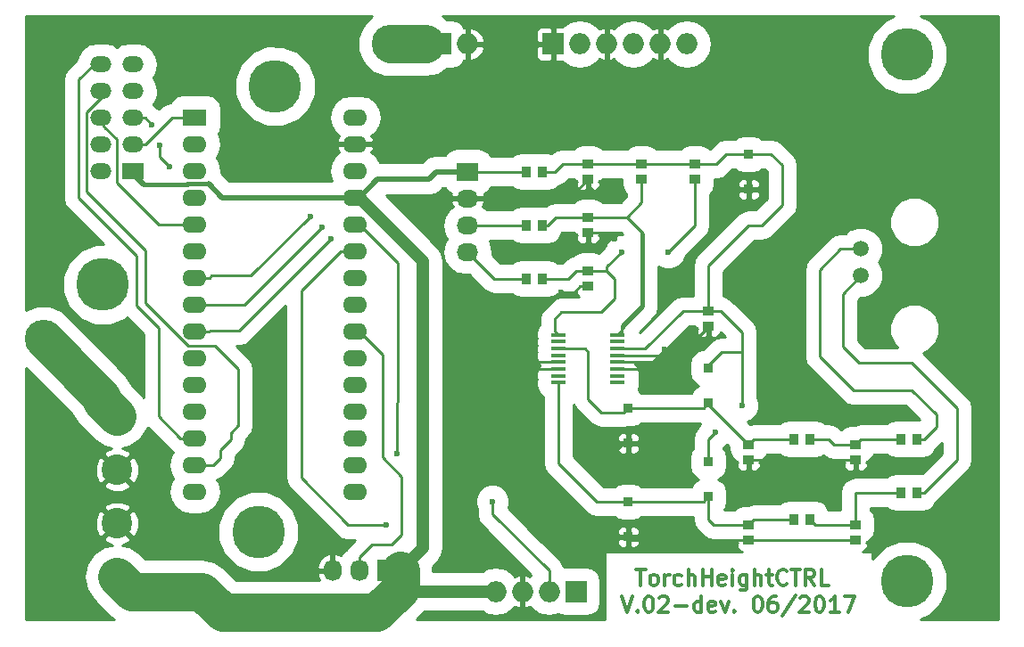
<source format=gbr>
G04 #@! TF.GenerationSoftware,KiCad,Pcbnew,(2017-06-02 revision ac9a64a)-master*
G04 #@! TF.CreationDate,2017-06-11T20:54:29+02:00*
G04 #@! TF.ProjectId,torchctrl,746F7263686374726C2E6B696361645F,rev?*
G04 #@! TF.FileFunction,Copper,L1,Top,Signal*
G04 #@! TF.FilePolarity,Positive*
%FSLAX46Y46*%
G04 Gerber Fmt 4.6, Leading zero omitted, Abs format (unit mm)*
G04 Created by KiCad (PCBNEW (2017-06-02 revision ac9a64a)-master) date Sun Jun 11 20:54:29 2017*
%MOMM*%
%LPD*%
G01*
G04 APERTURE LIST*
%ADD10C,0.100000*%
%ADD11C,0.300000*%
%ADD12C,5.000000*%
%ADD13O,1.998980X1.998980*%
%ADD14R,1.998980X1.998980*%
%ADD15R,1.000760X0.899160*%
%ADD16R,0.850900X0.850900*%
%ADD17R,2.032000X1.727200*%
%ADD18O,2.032000X1.727200*%
%ADD19R,0.899160X1.000760*%
%ADD20R,1.470660X0.419100*%
%ADD21R,2.286000X1.574800*%
%ADD22O,2.286000X1.574800*%
%ADD23O,2.000000X1.500000*%
%ADD24R,2.000000X1.500000*%
%ADD25C,1.500000*%
%ADD26C,2.900000*%
%ADD27R,1.727200X2.032000*%
%ADD28O,1.727200X2.032000*%
%ADD29C,0.600000*%
%ADD30C,3.600000*%
%ADD31C,0.250000*%
%ADD32C,0.500000*%
%ADD33C,0.400000*%
%ADD34C,1.200000*%
%ADD35C,3.600000*%
%ADD36C,0.254000*%
G04 APERTURE END LIST*
D10*
D11*
X144285714Y-108903571D02*
X145142857Y-108903571D01*
X144714285Y-110403571D02*
X144714285Y-108903571D01*
X145857142Y-110403571D02*
X145714285Y-110332142D01*
X145642857Y-110260714D01*
X145571428Y-110117857D01*
X145571428Y-109689285D01*
X145642857Y-109546428D01*
X145714285Y-109475000D01*
X145857142Y-109403571D01*
X146071428Y-109403571D01*
X146214285Y-109475000D01*
X146285714Y-109546428D01*
X146357142Y-109689285D01*
X146357142Y-110117857D01*
X146285714Y-110260714D01*
X146214285Y-110332142D01*
X146071428Y-110403571D01*
X145857142Y-110403571D01*
X147000000Y-110403571D02*
X147000000Y-109403571D01*
X147000000Y-109689285D02*
X147071428Y-109546428D01*
X147142857Y-109475000D01*
X147285714Y-109403571D01*
X147428571Y-109403571D01*
X148571428Y-110332142D02*
X148428571Y-110403571D01*
X148142857Y-110403571D01*
X148000000Y-110332142D01*
X147928571Y-110260714D01*
X147857142Y-110117857D01*
X147857142Y-109689285D01*
X147928571Y-109546428D01*
X148000000Y-109475000D01*
X148142857Y-109403571D01*
X148428571Y-109403571D01*
X148571428Y-109475000D01*
X149214285Y-110403571D02*
X149214285Y-108903571D01*
X149857142Y-110403571D02*
X149857142Y-109617857D01*
X149785714Y-109475000D01*
X149642857Y-109403571D01*
X149428571Y-109403571D01*
X149285714Y-109475000D01*
X149214285Y-109546428D01*
X150571428Y-110403571D02*
X150571428Y-108903571D01*
X150571428Y-109617857D02*
X151428571Y-109617857D01*
X151428571Y-110403571D02*
X151428571Y-108903571D01*
X152714285Y-110332142D02*
X152571428Y-110403571D01*
X152285714Y-110403571D01*
X152142857Y-110332142D01*
X152071428Y-110189285D01*
X152071428Y-109617857D01*
X152142857Y-109475000D01*
X152285714Y-109403571D01*
X152571428Y-109403571D01*
X152714285Y-109475000D01*
X152785714Y-109617857D01*
X152785714Y-109760714D01*
X152071428Y-109903571D01*
X153428571Y-110403571D02*
X153428571Y-109403571D01*
X153428571Y-108903571D02*
X153357142Y-108975000D01*
X153428571Y-109046428D01*
X153500000Y-108975000D01*
X153428571Y-108903571D01*
X153428571Y-109046428D01*
X154785714Y-109403571D02*
X154785714Y-110617857D01*
X154714285Y-110760714D01*
X154642857Y-110832142D01*
X154500000Y-110903571D01*
X154285714Y-110903571D01*
X154142857Y-110832142D01*
X154785714Y-110332142D02*
X154642857Y-110403571D01*
X154357142Y-110403571D01*
X154214285Y-110332142D01*
X154142857Y-110260714D01*
X154071428Y-110117857D01*
X154071428Y-109689285D01*
X154142857Y-109546428D01*
X154214285Y-109475000D01*
X154357142Y-109403571D01*
X154642857Y-109403571D01*
X154785714Y-109475000D01*
X155500000Y-110403571D02*
X155500000Y-108903571D01*
X156142857Y-110403571D02*
X156142857Y-109617857D01*
X156071428Y-109475000D01*
X155928571Y-109403571D01*
X155714285Y-109403571D01*
X155571428Y-109475000D01*
X155500000Y-109546428D01*
X156642857Y-109403571D02*
X157214285Y-109403571D01*
X156857142Y-108903571D02*
X156857142Y-110189285D01*
X156928571Y-110332142D01*
X157071428Y-110403571D01*
X157214285Y-110403571D01*
X158571428Y-110260714D02*
X158500000Y-110332142D01*
X158285714Y-110403571D01*
X158142857Y-110403571D01*
X157928571Y-110332142D01*
X157785714Y-110189285D01*
X157714285Y-110046428D01*
X157642857Y-109760714D01*
X157642857Y-109546428D01*
X157714285Y-109260714D01*
X157785714Y-109117857D01*
X157928571Y-108975000D01*
X158142857Y-108903571D01*
X158285714Y-108903571D01*
X158500000Y-108975000D01*
X158571428Y-109046428D01*
X159000000Y-108903571D02*
X159857142Y-108903571D01*
X159428571Y-110403571D02*
X159428571Y-108903571D01*
X161214285Y-110403571D02*
X160714285Y-109689285D01*
X160357142Y-110403571D02*
X160357142Y-108903571D01*
X160928571Y-108903571D01*
X161071428Y-108975000D01*
X161142857Y-109046428D01*
X161214285Y-109189285D01*
X161214285Y-109403571D01*
X161142857Y-109546428D01*
X161071428Y-109617857D01*
X160928571Y-109689285D01*
X160357142Y-109689285D01*
X162571428Y-110403571D02*
X161857142Y-110403571D01*
X161857142Y-108903571D01*
X142892857Y-111453571D02*
X143392857Y-112953571D01*
X143892857Y-111453571D01*
X144392857Y-112810714D02*
X144464285Y-112882142D01*
X144392857Y-112953571D01*
X144321428Y-112882142D01*
X144392857Y-112810714D01*
X144392857Y-112953571D01*
X145392857Y-111453571D02*
X145535714Y-111453571D01*
X145678571Y-111525000D01*
X145750000Y-111596428D01*
X145821428Y-111739285D01*
X145892857Y-112025000D01*
X145892857Y-112382142D01*
X145821428Y-112667857D01*
X145750000Y-112810714D01*
X145678571Y-112882142D01*
X145535714Y-112953571D01*
X145392857Y-112953571D01*
X145250000Y-112882142D01*
X145178571Y-112810714D01*
X145107142Y-112667857D01*
X145035714Y-112382142D01*
X145035714Y-112025000D01*
X145107142Y-111739285D01*
X145178571Y-111596428D01*
X145250000Y-111525000D01*
X145392857Y-111453571D01*
X146464285Y-111596428D02*
X146535714Y-111525000D01*
X146678571Y-111453571D01*
X147035714Y-111453571D01*
X147178571Y-111525000D01*
X147250000Y-111596428D01*
X147321428Y-111739285D01*
X147321428Y-111882142D01*
X147250000Y-112096428D01*
X146392857Y-112953571D01*
X147321428Y-112953571D01*
X147964285Y-112382142D02*
X149107142Y-112382142D01*
X150464285Y-112953571D02*
X150464285Y-111453571D01*
X150464285Y-112882142D02*
X150321428Y-112953571D01*
X150035714Y-112953571D01*
X149892857Y-112882142D01*
X149821428Y-112810714D01*
X149750000Y-112667857D01*
X149750000Y-112239285D01*
X149821428Y-112096428D01*
X149892857Y-112025000D01*
X150035714Y-111953571D01*
X150321428Y-111953571D01*
X150464285Y-112025000D01*
X151750000Y-112882142D02*
X151607142Y-112953571D01*
X151321428Y-112953571D01*
X151178571Y-112882142D01*
X151107142Y-112739285D01*
X151107142Y-112167857D01*
X151178571Y-112025000D01*
X151321428Y-111953571D01*
X151607142Y-111953571D01*
X151750000Y-112025000D01*
X151821428Y-112167857D01*
X151821428Y-112310714D01*
X151107142Y-112453571D01*
X152321428Y-111953571D02*
X152678571Y-112953571D01*
X153035714Y-111953571D01*
X153607142Y-112810714D02*
X153678571Y-112882142D01*
X153607142Y-112953571D01*
X153535714Y-112882142D01*
X153607142Y-112810714D01*
X153607142Y-112953571D01*
X155750000Y-111453571D02*
X155892857Y-111453571D01*
X156035714Y-111525000D01*
X156107142Y-111596428D01*
X156178571Y-111739285D01*
X156250000Y-112025000D01*
X156250000Y-112382142D01*
X156178571Y-112667857D01*
X156107142Y-112810714D01*
X156035714Y-112882142D01*
X155892857Y-112953571D01*
X155750000Y-112953571D01*
X155607142Y-112882142D01*
X155535714Y-112810714D01*
X155464285Y-112667857D01*
X155392857Y-112382142D01*
X155392857Y-112025000D01*
X155464285Y-111739285D01*
X155535714Y-111596428D01*
X155607142Y-111525000D01*
X155750000Y-111453571D01*
X157535714Y-111453571D02*
X157250000Y-111453571D01*
X157107142Y-111525000D01*
X157035714Y-111596428D01*
X156892857Y-111810714D01*
X156821428Y-112096428D01*
X156821428Y-112667857D01*
X156892857Y-112810714D01*
X156964285Y-112882142D01*
X157107142Y-112953571D01*
X157392857Y-112953571D01*
X157535714Y-112882142D01*
X157607142Y-112810714D01*
X157678571Y-112667857D01*
X157678571Y-112310714D01*
X157607142Y-112167857D01*
X157535714Y-112096428D01*
X157392857Y-112025000D01*
X157107142Y-112025000D01*
X156964285Y-112096428D01*
X156892857Y-112167857D01*
X156821428Y-112310714D01*
X159392857Y-111382142D02*
X158107142Y-113310714D01*
X159821428Y-111596428D02*
X159892857Y-111525000D01*
X160035714Y-111453571D01*
X160392857Y-111453571D01*
X160535714Y-111525000D01*
X160607142Y-111596428D01*
X160678571Y-111739285D01*
X160678571Y-111882142D01*
X160607142Y-112096428D01*
X159750000Y-112953571D01*
X160678571Y-112953571D01*
X161607142Y-111453571D02*
X161750000Y-111453571D01*
X161892857Y-111525000D01*
X161964285Y-111596428D01*
X162035714Y-111739285D01*
X162107142Y-112025000D01*
X162107142Y-112382142D01*
X162035714Y-112667857D01*
X161964285Y-112810714D01*
X161892857Y-112882142D01*
X161750000Y-112953571D01*
X161607142Y-112953571D01*
X161464285Y-112882142D01*
X161392857Y-112810714D01*
X161321428Y-112667857D01*
X161250000Y-112382142D01*
X161250000Y-112025000D01*
X161321428Y-111739285D01*
X161392857Y-111596428D01*
X161464285Y-111525000D01*
X161607142Y-111453571D01*
X163535714Y-112953571D02*
X162678571Y-112953571D01*
X163107142Y-112953571D02*
X163107142Y-111453571D01*
X162964285Y-111667857D01*
X162821428Y-111810714D01*
X162678571Y-111882142D01*
X164035714Y-111453571D02*
X165035714Y-111453571D01*
X164392857Y-112953571D01*
D12*
X110000000Y-63000000D03*
X93662500Y-81851500D03*
X108407200Y-105321100D03*
X170000000Y-110000000D03*
D13*
X128270000Y-59000000D03*
D14*
X125730000Y-59000000D03*
D15*
X139700000Y-70368160D03*
X139700000Y-71871840D03*
X139700000Y-75448160D03*
X139700000Y-76951840D03*
X139700000Y-80528160D03*
X139700000Y-82031840D03*
X151130000Y-84338160D03*
X151130000Y-85841840D03*
X154940000Y-97038160D03*
X154940000Y-98541840D03*
X154940000Y-104658160D03*
X154940000Y-106161840D03*
X165100000Y-97038160D03*
X165100000Y-98541840D03*
X165100000Y-104658160D03*
X165100000Y-106161840D03*
D16*
X154940000Y-72793860D03*
X154940000Y-69446140D03*
X143510000Y-96923860D03*
X143510000Y-93576140D03*
X143510000Y-105813860D03*
X143510000Y-102466140D03*
X151130000Y-93113860D03*
X151130000Y-89766140D03*
X151130000Y-102003860D03*
X151130000Y-98656140D03*
D17*
X128270000Y-71120000D03*
D18*
X128270000Y-73660000D03*
X128270000Y-76200000D03*
X128270000Y-78740000D03*
D19*
X135371840Y-76200000D03*
X133868160Y-76200000D03*
X135371840Y-81280000D03*
X133868160Y-81280000D03*
X135371840Y-71120000D03*
X133868160Y-71120000D03*
X160771840Y-96520000D03*
X159268160Y-96520000D03*
X160771840Y-104140000D03*
X159268160Y-104140000D03*
X170931840Y-96520000D03*
X169428160Y-96520000D03*
X170931840Y-101600000D03*
X169428160Y-101600000D03*
D15*
X144780000Y-70368160D03*
X144780000Y-71871840D03*
X149860000Y-70368160D03*
X149860000Y-71871840D03*
D20*
X136900920Y-88574880D03*
X136900920Y-89225120D03*
X136900920Y-89875360D03*
X136900920Y-90525600D03*
X142494000Y-86634320D03*
X136900920Y-86624160D03*
X136900920Y-87274400D03*
X136900920Y-87924640D03*
X142499080Y-91175840D03*
X142499080Y-90525600D03*
X142499080Y-89875360D03*
X142499080Y-89225120D03*
X142499080Y-88574880D03*
X142499080Y-87924640D03*
X136900920Y-91175840D03*
X142494000Y-87274400D03*
D21*
X102380000Y-65950000D03*
D22*
X102380000Y-68490000D03*
X102380000Y-71030000D03*
X102380000Y-73570000D03*
X102380000Y-76110000D03*
X102380000Y-78650000D03*
X102380000Y-81190000D03*
X102380000Y-83730000D03*
X102380000Y-86270000D03*
X102380000Y-88810000D03*
X102380000Y-91350000D03*
X102380000Y-93890000D03*
X102380000Y-96430000D03*
X102380000Y-98970000D03*
X102380000Y-101510000D03*
X117620000Y-101510000D03*
X117620000Y-98970000D03*
X117620000Y-96430000D03*
X117620000Y-93890000D03*
X117620000Y-91350000D03*
X117620000Y-88810000D03*
X117620000Y-86270000D03*
X117620000Y-83730000D03*
X117620000Y-81190000D03*
X117620000Y-78650000D03*
X117620000Y-76110000D03*
X117620000Y-73570000D03*
X117620000Y-71030000D03*
X117620000Y-68490000D03*
X117620000Y-65950000D03*
D23*
X96520000Y-60920000D03*
X93480000Y-60920000D03*
X93480000Y-63460000D03*
X96520000Y-63460000D03*
D24*
X96520000Y-71080000D03*
D23*
X93480000Y-71080000D03*
X96520000Y-68540000D03*
X93480000Y-68540000D03*
X96520000Y-66000000D03*
X93480000Y-66000000D03*
D25*
X165620000Y-81000000D03*
X165620000Y-78460000D03*
D13*
X144000000Y-59000000D03*
D14*
X136380000Y-59000000D03*
D13*
X138920000Y-59000000D03*
X141460000Y-59000000D03*
X146540000Y-59000000D03*
X149080000Y-59000000D03*
X130920000Y-111000000D03*
D14*
X138540000Y-111000000D03*
D13*
X136000000Y-111000000D03*
X133460000Y-111000000D03*
D26*
X95000000Y-94380000D03*
X95000000Y-99460000D03*
X95000000Y-104540000D03*
X95000000Y-109620000D03*
D27*
X120540000Y-109000000D03*
D28*
X118000000Y-109000000D03*
X115460000Y-109000000D03*
D12*
X170000000Y-60000000D03*
D29*
X151765000Y-95885000D03*
X154305000Y-93345000D03*
X154940000Y-100330000D03*
X137160000Y-82550000D03*
X142240000Y-77470000D03*
X152400000Y-73660000D03*
X142240000Y-73660000D03*
X149000000Y-87000000D03*
X147000000Y-88000000D03*
X140970000Y-99060000D03*
X137160000Y-101600000D03*
X142875000Y-78740000D03*
X147320000Y-78740000D03*
X113309400Y-75374500D03*
X99975205Y-70624700D03*
X99034600Y-68618100D03*
X98298000Y-66649600D03*
X120510300Y-104660700D03*
X130632200Y-102438200D03*
X121602500Y-97904300D03*
X114439700Y-76415900D03*
X115328700Y-77520800D03*
D30*
X121000000Y-59000000D03*
X88000000Y-87000000D03*
D31*
X151130000Y-84338160D02*
X151130000Y-80010000D01*
X157076140Y-69446140D02*
X154940000Y-69446140D01*
X158115000Y-70485000D02*
X157076140Y-69446140D01*
X158115000Y-74295000D02*
X158115000Y-70485000D01*
X156210000Y-76200000D02*
X158115000Y-74295000D01*
X154940000Y-76200000D02*
X156210000Y-76200000D01*
X151130000Y-80010000D02*
X154940000Y-76200000D01*
X151130000Y-89766140D02*
X151130000Y-89535000D01*
X151130000Y-89535000D02*
X152400000Y-88265000D01*
X152400000Y-88265000D02*
X154305000Y-88265000D01*
X151130000Y-84338160D02*
X152283160Y-84338160D01*
X151130000Y-96520000D02*
X151130000Y-98656140D01*
X151765000Y-95885000D02*
X151130000Y-96520000D01*
X154305000Y-86360000D02*
X154305000Y-88265000D01*
X154305000Y-88265000D02*
X154305000Y-93345000D01*
X152283160Y-84338160D02*
X154305000Y-86360000D01*
X142499080Y-87924640D02*
X145120360Y-87924640D01*
X148706840Y-84338160D02*
X151130000Y-84338160D01*
X145120360Y-87924640D02*
X148706840Y-84338160D01*
X149860000Y-70368160D02*
X151881840Y-70368160D01*
X151881840Y-70368160D02*
X152803860Y-69446140D01*
X152803860Y-69446140D02*
X154940000Y-69446140D01*
X144780000Y-70368160D02*
X149860000Y-70368160D01*
X139700000Y-70368160D02*
X144780000Y-70368160D01*
X135371840Y-71120000D02*
X136525000Y-71120000D01*
X137276840Y-70368160D02*
X139700000Y-70368160D01*
X136525000Y-71120000D02*
X137276840Y-70368160D01*
X165100000Y-98541840D02*
X154940000Y-98541840D01*
X154940000Y-98541840D02*
X154940000Y-100330000D01*
X139700000Y-82031840D02*
X138948160Y-82031840D01*
X138948160Y-82031840D02*
X138430000Y-82550000D01*
X138430000Y-82550000D02*
X137160000Y-82550000D01*
X137160000Y-82550000D02*
X133350000Y-86360000D01*
X133350000Y-86360000D02*
X133350000Y-90170000D01*
X138430000Y-82550000D02*
X137160000Y-82550000D01*
X138948160Y-82031840D02*
X138430000Y-82550000D01*
X139700000Y-76951840D02*
X141721840Y-76951840D01*
X141721840Y-76951840D02*
X142240000Y-77470000D01*
X139700000Y-71871840D02*
X139700000Y-72390000D01*
X153266140Y-72793860D02*
X154940000Y-72793860D01*
X152400000Y-73660000D02*
X153266140Y-72793860D01*
X140970000Y-73660000D02*
X142240000Y-73660000D01*
X139700000Y-72390000D02*
X140970000Y-73660000D01*
X128270000Y-73660000D02*
X137911840Y-73660000D01*
X137911840Y-73660000D02*
X139700000Y-71871840D01*
X142499080Y-89225120D02*
X145774880Y-89225120D01*
X145774880Y-89225120D02*
X146000000Y-89000000D01*
X142499080Y-89875360D02*
X145124640Y-89875360D01*
X145124640Y-89875360D02*
X146000000Y-89000000D01*
X146000000Y-89000000D02*
X147000000Y-88000000D01*
X142499080Y-88574880D02*
X146425120Y-88574880D01*
X150000000Y-87000000D02*
X151130000Y-85870000D01*
X149000000Y-87000000D02*
X150000000Y-87000000D01*
X146425120Y-88574880D02*
X147000000Y-88000000D01*
X151130000Y-85870000D02*
X151130000Y-85841840D01*
X143510000Y-105813860D02*
X138833860Y-105813860D01*
X138833860Y-105813860D02*
X135890000Y-102870000D01*
X140970000Y-99060000D02*
X143106140Y-96923860D01*
X135890000Y-102870000D02*
X137160000Y-101600000D01*
X143106140Y-96923860D02*
X143510000Y-96923860D01*
X136900920Y-89875360D02*
X134914640Y-89875360D01*
X134914640Y-89875360D02*
X133350000Y-91440000D01*
X134294880Y-89225120D02*
X136900920Y-89225120D01*
X133350000Y-90170000D02*
X134294880Y-89225120D01*
X133350000Y-100330000D02*
X133350000Y-91440000D01*
X133350000Y-91440000D02*
X133350000Y-90170000D01*
X138833860Y-105813860D02*
X133350000Y-100330000D01*
X154940000Y-106161840D02*
X143857980Y-106161840D01*
X143857980Y-106161840D02*
X143510000Y-105813860D01*
X154940000Y-106161840D02*
X165100000Y-106161840D01*
X139700000Y-75448160D02*
X143393160Y-75448160D01*
X143393160Y-75448160D02*
X144945000Y-77000000D01*
X142875000Y-86253320D02*
X142494000Y-86634320D01*
X142875000Y-86015000D02*
X142875000Y-86253320D01*
X144945000Y-83945000D02*
X142875000Y-86015000D01*
X144945000Y-77000000D02*
X144945000Y-83945000D01*
X144780000Y-71871840D02*
X144780000Y-74061320D01*
X144780000Y-74061320D02*
X143393160Y-75448160D01*
X142875000Y-85725000D02*
X142875000Y-86360000D01*
X144780000Y-83820000D02*
X142875000Y-85725000D01*
X144780000Y-76835000D02*
X144780000Y-83820000D01*
X143393160Y-75448160D02*
X144780000Y-76835000D01*
X135371840Y-76200000D02*
X135890000Y-76200000D01*
X136641840Y-75448160D02*
X139700000Y-75448160D01*
X135890000Y-76200000D02*
X136641840Y-75448160D01*
X149860000Y-71871840D02*
X149860000Y-76200000D01*
X141488160Y-80126840D02*
X141488160Y-80528160D01*
X142875000Y-78740000D02*
X141488160Y-80126840D01*
X149860000Y-76200000D02*
X147320000Y-78740000D01*
X139700000Y-80528160D02*
X141488160Y-80528160D01*
X136525000Y-86248240D02*
X136900920Y-86624160D01*
X136525000Y-85090000D02*
X136525000Y-86248240D01*
X137160000Y-84455000D02*
X136525000Y-85090000D01*
X140970000Y-84455000D02*
X137160000Y-84455000D01*
X142240000Y-83185000D02*
X140970000Y-84455000D01*
X142240000Y-81280000D02*
X142240000Y-83185000D01*
X141488160Y-80528160D02*
X142240000Y-81280000D01*
X135371840Y-81280000D02*
X137795000Y-81280000D01*
X138546840Y-80528160D02*
X139700000Y-80528160D01*
X137795000Y-81280000D02*
X138546840Y-80528160D01*
X151130000Y-93113860D02*
X151130000Y-93228160D01*
X151130000Y-93228160D02*
X154940000Y-97038160D01*
X143510000Y-93576140D02*
X150667720Y-93576140D01*
X150667720Y-93576140D02*
X151130000Y-93113860D01*
X136900920Y-87924640D02*
X139405360Y-87924640D01*
X140970000Y-93980000D02*
X143106140Y-93980000D01*
X139700000Y-92710000D02*
X140970000Y-93980000D01*
X139700000Y-88219280D02*
X139700000Y-92710000D01*
X139405360Y-87924640D02*
X139700000Y-88219280D01*
X143106140Y-93980000D02*
X143510000Y-93576140D01*
X159268160Y-96520000D02*
X155458160Y-96520000D01*
X155458160Y-96520000D02*
X154940000Y-97038160D01*
X136900920Y-91175840D02*
X136900920Y-98800920D01*
X140566140Y-102466140D02*
X143510000Y-102466140D01*
X136900920Y-98800920D02*
X140566140Y-102466140D01*
X143510000Y-102466140D02*
X150667720Y-102466140D01*
X150667720Y-102466140D02*
X151130000Y-102003860D01*
X154940000Y-104658160D02*
X151648160Y-104658160D01*
X151130000Y-104140000D02*
X151130000Y-102003860D01*
X151648160Y-104658160D02*
X151130000Y-104140000D01*
X159268160Y-104140000D02*
X155458160Y-104140000D01*
X155458160Y-104140000D02*
X154940000Y-104658160D01*
X165100000Y-97038160D02*
X163078160Y-97038160D01*
X162560000Y-96520000D02*
X160771840Y-96520000D01*
X163078160Y-97038160D02*
X162560000Y-96520000D01*
X169428160Y-96520000D02*
X165618160Y-96520000D01*
X165618160Y-96520000D02*
X165100000Y-97038160D01*
X165100000Y-104658160D02*
X161290000Y-104658160D01*
X161290000Y-104658160D02*
X160771840Y-104140000D01*
X169428160Y-101600000D02*
X165100000Y-101600000D01*
X165100000Y-104140000D02*
X165100000Y-104658160D01*
X165100000Y-101600000D02*
X165100000Y-104140000D01*
X128270000Y-76200000D02*
X133868160Y-76200000D01*
X128270000Y-78740000D02*
X130810000Y-81280000D01*
X130810000Y-81280000D02*
X133868160Y-81280000D01*
X163880800Y-87782400D02*
X163880800Y-82739200D01*
X163880800Y-82739200D02*
X165620000Y-81000000D01*
X165379400Y-89281000D02*
X163880800Y-87782400D01*
X170446700Y-89281000D02*
X165379400Y-89281000D01*
X174739300Y-93573600D02*
X170446700Y-89281000D01*
X174739300Y-98492120D02*
X174739300Y-93573600D01*
X170931840Y-101600000D02*
X171631420Y-101600000D01*
X171631420Y-101600000D02*
X174739300Y-98492120D01*
X161683700Y-80429100D02*
X163652800Y-78460000D01*
X163652800Y-78460000D02*
X165620000Y-78460000D01*
X161683700Y-88684100D02*
X161683700Y-80429100D01*
X164884100Y-91884500D02*
X161683700Y-88684100D01*
X170446700Y-91884500D02*
X164884100Y-91884500D01*
X172761720Y-94199520D02*
X170446700Y-91884500D01*
X172761720Y-95389700D02*
X172761720Y-94199520D01*
X170931840Y-96520000D02*
X171631420Y-96520000D01*
X171631420Y-96520000D02*
X172761720Y-95389700D01*
X107696000Y-80987900D02*
X113309400Y-75374500D01*
X103975100Y-80987900D02*
X107696000Y-80987900D01*
X102380000Y-81190000D02*
X103773000Y-81190000D01*
X103773000Y-81190000D02*
X103975100Y-80987900D01*
X120180100Y-98272600D02*
X120180100Y-88474500D01*
X120180100Y-88474500D02*
X117975600Y-86270000D01*
X117975600Y-86270000D02*
X117620000Y-86270000D01*
X121996200Y-100088700D02*
X120180100Y-98272600D01*
X121996200Y-105638600D02*
X121996200Y-100088700D01*
X121081800Y-106553000D02*
X121996200Y-105638600D01*
X119181000Y-106553000D02*
X121081800Y-106553000D01*
X118000000Y-109000000D02*
X118000000Y-107734000D01*
X118000000Y-107734000D02*
X119181000Y-106553000D01*
X97652200Y-68540000D02*
X100242200Y-65950000D01*
X100242200Y-65950000D02*
X102380000Y-65950000D01*
X96270000Y-68540000D02*
X97652200Y-68540000D01*
X94945200Y-72136000D02*
X98971290Y-76162090D01*
X98881100Y-76110000D02*
X102380000Y-76110000D01*
X93820190Y-66883490D02*
X94945200Y-68008500D01*
X94957900Y-68008500D02*
X94957900Y-72136000D01*
X93730000Y-66000000D02*
X93730000Y-66831400D01*
X99034600Y-68618100D02*
X99034600Y-69684095D01*
X99034600Y-69684095D02*
X99975205Y-70624700D01*
X97648400Y-66000000D02*
X98298000Y-66649600D01*
X96270000Y-66000000D02*
X97648400Y-66000000D01*
X91363800Y-62382400D02*
X92826200Y-60920000D01*
X92826200Y-60920000D02*
X93730000Y-60920000D01*
X91363800Y-73634600D02*
X91363800Y-62382400D01*
X96862900Y-79133700D02*
X91363800Y-73634600D01*
X96862900Y-83858100D02*
X96862900Y-79133700D01*
X98945700Y-85940900D02*
X96862900Y-83858100D01*
X98945700Y-94388700D02*
X98945700Y-85940900D01*
X102380000Y-96430000D02*
X100987000Y-96430000D01*
X100987000Y-96430000D02*
X98945700Y-94388700D01*
X104775000Y-98310700D02*
X104115700Y-98970000D01*
X104115700Y-98970000D02*
X102380000Y-98970000D01*
X104775000Y-97586800D02*
X104775000Y-98310700D01*
X102735600Y-98970000D02*
X102380000Y-98970000D01*
X105778300Y-96583500D02*
X104775000Y-97586800D01*
X105778300Y-95927300D02*
X105778300Y-96583500D01*
X106489500Y-89877900D02*
X106489500Y-95216100D01*
X106489500Y-95216100D02*
X105778300Y-95927300D01*
X104259190Y-87647590D02*
X106489500Y-89877900D01*
X97675700Y-78625700D02*
X97675700Y-83565195D01*
X97675700Y-83565195D02*
X101758095Y-87647590D01*
X101758095Y-87647590D02*
X104259190Y-87647590D01*
X92104990Y-73054990D02*
X97675700Y-78625700D01*
X93730000Y-63877000D02*
X92104990Y-65502010D01*
X92104990Y-65502010D02*
X92104990Y-73054990D01*
X93730000Y-63460000D02*
X93730000Y-63877000D01*
X116903500Y-104660700D02*
X120510300Y-104660700D01*
X112466700Y-100223900D02*
X116903500Y-104660700D01*
X112466700Y-82410300D02*
X112466700Y-100223900D01*
X117620000Y-78650000D02*
X116227000Y-78650000D01*
X116227000Y-78650000D02*
X112466700Y-82410300D01*
X130632200Y-102438200D02*
X130632200Y-103670100D01*
X130632200Y-103670100D02*
X136000000Y-109037900D01*
X136000000Y-109037900D02*
X136000000Y-111000000D01*
X121602500Y-93040200D02*
X121602500Y-97904300D01*
X121615200Y-79749600D02*
X121615200Y-93027500D01*
X121615200Y-93027500D02*
X121602500Y-93040200D01*
X117620000Y-76110000D02*
X117975600Y-76110000D01*
X117975600Y-76110000D02*
X121615200Y-79749600D01*
X107125600Y-83730000D02*
X114439700Y-76415900D01*
X102380000Y-83730000D02*
X107125600Y-83730000D01*
X106603800Y-86245700D02*
X115328700Y-77520800D01*
X103797300Y-86245700D02*
X106603800Y-86245700D01*
X102380000Y-86270000D02*
X103773000Y-86270000D01*
X103773000Y-86270000D02*
X103797300Y-86245700D01*
D32*
X124574300Y-71805800D02*
X125260100Y-71120000D01*
X125260100Y-71120000D02*
X128270000Y-71120000D01*
X119739800Y-71805800D02*
X124574300Y-71805800D01*
X117975600Y-73570000D02*
X119739800Y-71805800D01*
D33*
X101626205Y-72301100D02*
X97491100Y-72301100D01*
D32*
X97491100Y-72301100D02*
X96270000Y-71080000D01*
D31*
X101638905Y-72288400D02*
X101626205Y-72301100D01*
D33*
X103708200Y-72288400D02*
X101638905Y-72288400D01*
D32*
X104989800Y-73570000D02*
X103708200Y-72288400D01*
X117620000Y-73570000D02*
X104989800Y-73570000D01*
D34*
X130920000Y-111000000D02*
X122387600Y-111000000D01*
D32*
X122387600Y-111000000D02*
X120540000Y-109152400D01*
X120540000Y-109152400D02*
X120540000Y-109000000D01*
D34*
X124000000Y-79594400D02*
X124000000Y-106863610D01*
X124000000Y-106863610D02*
X121863610Y-109000000D01*
D32*
X117620000Y-73570000D02*
X117975600Y-73570000D01*
D34*
X117975600Y-73570000D02*
X124000000Y-79594400D01*
D35*
X95000000Y-109620000D02*
X96449999Y-111069999D01*
X96449999Y-111069999D02*
X97069999Y-111069999D01*
X97069999Y-111069999D02*
X97139998Y-111000000D01*
X119600359Y-113016010D02*
X121863610Y-110752759D01*
X97139998Y-111000000D02*
X103000000Y-111000000D01*
X103000000Y-111000000D02*
X105016010Y-113016010D01*
X105016010Y-113016010D02*
X119600359Y-113016010D01*
X121863610Y-110752759D02*
X121863610Y-109000000D01*
D31*
X128270000Y-71120000D02*
X133868160Y-71120000D01*
D35*
X121000000Y-59000000D02*
X124270509Y-59000000D01*
X93550001Y-92550001D02*
X88000000Y-87000000D01*
X95000000Y-94380000D02*
X93550001Y-92930001D01*
X93550001Y-92930001D02*
X93550001Y-92550001D01*
D36*
G36*
X118350604Y-57226384D02*
X117873544Y-58375272D01*
X117872458Y-59619270D01*
X118347512Y-60768989D01*
X119226384Y-61649396D01*
X120375272Y-62126456D01*
X121619270Y-62127542D01*
X121620582Y-62127000D01*
X124270509Y-62127000D01*
X125467160Y-61888971D01*
X126270066Y-61352487D01*
X126729490Y-61352487D01*
X127247260Y-61249496D01*
X127686203Y-60956203D01*
X127950080Y-60561284D01*
X128143000Y-60470807D01*
X128143000Y-59127000D01*
X128397000Y-59127000D01*
X128397000Y-60470807D01*
X128650355Y-60589627D01*
X129229726Y-60323068D01*
X129662987Y-59855084D01*
X129859619Y-59380354D01*
X129815052Y-59285750D01*
X134745510Y-59285750D01*
X134745510Y-60125800D01*
X134842183Y-60359189D01*
X135020812Y-60537817D01*
X135254201Y-60634490D01*
X136094250Y-60634490D01*
X136253000Y-60475740D01*
X136253000Y-59127000D01*
X134904260Y-59127000D01*
X134745510Y-59285750D01*
X129815052Y-59285750D01*
X129740265Y-59127000D01*
X128397000Y-59127000D01*
X128143000Y-59127000D01*
X128123000Y-59127000D01*
X128123000Y-58873000D01*
X128143000Y-58873000D01*
X128143000Y-57529193D01*
X128397000Y-57529193D01*
X128397000Y-58873000D01*
X129740265Y-58873000D01*
X129859619Y-58619646D01*
X129662987Y-58144916D01*
X129412358Y-57874200D01*
X134745510Y-57874200D01*
X134745510Y-58714250D01*
X134904260Y-58873000D01*
X136253000Y-58873000D01*
X136253000Y-57524260D01*
X136507000Y-57524260D01*
X136507000Y-58873000D01*
X136527000Y-58873000D01*
X136527000Y-59127000D01*
X136507000Y-59127000D01*
X136507000Y-60475740D01*
X136665750Y-60634490D01*
X137222270Y-60634490D01*
X137229344Y-60645077D01*
X137984112Y-61149396D01*
X138874421Y-61326490D01*
X138965579Y-61326490D01*
X139855888Y-61149396D01*
X140610656Y-60645077D01*
X140749270Y-60437627D01*
X141079645Y-60589627D01*
X141333000Y-60470807D01*
X141333000Y-59127000D01*
X141313000Y-59127000D01*
X141313000Y-58873000D01*
X141333000Y-58873000D01*
X141333000Y-57529193D01*
X141587000Y-57529193D01*
X141587000Y-58873000D01*
X141607000Y-58873000D01*
X141607000Y-59127000D01*
X141587000Y-59127000D01*
X141587000Y-60470807D01*
X141840355Y-60589627D01*
X142170730Y-60437627D01*
X142309344Y-60645077D01*
X143064112Y-61149396D01*
X143954421Y-61326490D01*
X144045579Y-61326490D01*
X144935888Y-61149396D01*
X145690656Y-60645077D01*
X145829270Y-60437627D01*
X146159645Y-60589627D01*
X146413000Y-60470807D01*
X146413000Y-59127000D01*
X146393000Y-59127000D01*
X146393000Y-58873000D01*
X146413000Y-58873000D01*
X146413000Y-57529193D01*
X146667000Y-57529193D01*
X146667000Y-58873000D01*
X146687000Y-58873000D01*
X146687000Y-59127000D01*
X146667000Y-59127000D01*
X146667000Y-60470807D01*
X146920355Y-60589627D01*
X147250730Y-60437627D01*
X147389344Y-60645077D01*
X148144112Y-61149396D01*
X149034421Y-61326490D01*
X149125579Y-61326490D01*
X150015888Y-61149396D01*
X150770656Y-60645077D01*
X151274975Y-59890309D01*
X151452069Y-59000000D01*
X151274975Y-58109691D01*
X150770656Y-57354923D01*
X150015888Y-56850604D01*
X149125579Y-56673510D01*
X149034421Y-56673510D01*
X148144112Y-56850604D01*
X147389344Y-57354923D01*
X147250730Y-57562373D01*
X146920355Y-57410373D01*
X146667000Y-57529193D01*
X146413000Y-57529193D01*
X146159645Y-57410373D01*
X145829270Y-57562373D01*
X145690656Y-57354923D01*
X144935888Y-56850604D01*
X144045579Y-56673510D01*
X143954421Y-56673510D01*
X143064112Y-56850604D01*
X142309344Y-57354923D01*
X142170730Y-57562373D01*
X141840355Y-57410373D01*
X141587000Y-57529193D01*
X141333000Y-57529193D01*
X141079645Y-57410373D01*
X140749270Y-57562373D01*
X140610656Y-57354923D01*
X139855888Y-56850604D01*
X138965579Y-56673510D01*
X138874421Y-56673510D01*
X137984112Y-56850604D01*
X137229344Y-57354923D01*
X137222270Y-57365510D01*
X136665750Y-57365510D01*
X136507000Y-57524260D01*
X136253000Y-57524260D01*
X136094250Y-57365510D01*
X135254201Y-57365510D01*
X135020812Y-57462183D01*
X134842183Y-57640811D01*
X134745510Y-57874200D01*
X129412358Y-57874200D01*
X129229726Y-57676932D01*
X128650355Y-57410373D01*
X128397000Y-57529193D01*
X128143000Y-57529193D01*
X127950080Y-57438716D01*
X127686203Y-57043797D01*
X127247260Y-56750504D01*
X126729490Y-56647513D01*
X126270066Y-56647513D01*
X125865214Y-56377000D01*
X168746782Y-56377000D01*
X167835011Y-56753736D01*
X166757519Y-57829348D01*
X166173666Y-59235423D01*
X166172338Y-60757898D01*
X166753736Y-62164989D01*
X167829348Y-63242481D01*
X169235423Y-63826334D01*
X170757898Y-63827662D01*
X172164989Y-63246264D01*
X173242481Y-62170652D01*
X173826334Y-60764577D01*
X173827662Y-59242102D01*
X173246264Y-57835011D01*
X172170652Y-56757519D01*
X171254260Y-56377000D01*
X178623000Y-56377000D01*
X178623000Y-113623000D01*
X171253218Y-113623000D01*
X172164989Y-113246264D01*
X173242481Y-112170652D01*
X173826334Y-110764577D01*
X173827662Y-109242102D01*
X173246264Y-107835011D01*
X172170652Y-106757519D01*
X170764577Y-106173666D01*
X169242102Y-106172338D01*
X167835011Y-106753736D01*
X166757519Y-107829348D01*
X166727000Y-107902846D01*
X166727000Y-107243000D01*
X165734947Y-107243000D01*
X165960079Y-107149747D01*
X166138707Y-106971118D01*
X166235380Y-106737729D01*
X166235380Y-106447590D01*
X166134567Y-106346777D01*
X166221273Y-106288842D01*
X166235380Y-106288842D01*
X166235380Y-106279416D01*
X166557093Y-106064453D01*
X166850386Y-105625510D01*
X166953377Y-105107740D01*
X166953377Y-104208580D01*
X166850386Y-103690810D01*
X166557093Y-103251867D01*
X166552000Y-103248464D01*
X166552000Y-103052000D01*
X168018464Y-103052000D01*
X168021867Y-103057093D01*
X168460810Y-103350386D01*
X168978580Y-103453377D01*
X169877740Y-103453377D01*
X170180000Y-103393254D01*
X170482260Y-103453377D01*
X171381420Y-103453377D01*
X171899190Y-103350386D01*
X172338133Y-103057093D01*
X172599536Y-102665876D01*
X172658139Y-102626719D01*
X175766019Y-99518839D01*
X176080773Y-99047777D01*
X176191300Y-98492120D01*
X176191300Y-93573600D01*
X176080773Y-93017944D01*
X176080773Y-93017943D01*
X175766019Y-92546881D01*
X171528660Y-88309522D01*
X172044703Y-88096297D01*
X172713947Y-87428220D01*
X173076586Y-86554889D01*
X173077412Y-85609260D01*
X172716297Y-84735297D01*
X172048220Y-84066053D01*
X171174889Y-83703414D01*
X170229260Y-83702588D01*
X169355297Y-84063703D01*
X168686053Y-84731780D01*
X168323414Y-85605111D01*
X168322588Y-86550740D01*
X168683703Y-87424703D01*
X169087295Y-87829000D01*
X165980838Y-87829000D01*
X165332800Y-87180962D01*
X165332800Y-83340638D01*
X165596457Y-83076981D01*
X166031328Y-83077360D01*
X166794989Y-82761822D01*
X167379768Y-82178062D01*
X167696639Y-81414953D01*
X167697360Y-80588672D01*
X167381822Y-79825011D01*
X167287322Y-79730346D01*
X167379768Y-79638062D01*
X167696639Y-78874953D01*
X167697360Y-78048672D01*
X167381822Y-77285011D01*
X166798062Y-76700232D01*
X166052724Y-76390740D01*
X168322588Y-76390740D01*
X168683703Y-77264703D01*
X169351780Y-77933947D01*
X170225111Y-78296586D01*
X171170740Y-78297412D01*
X172044703Y-77936297D01*
X172713947Y-77268220D01*
X173076586Y-76394889D01*
X173077412Y-75449260D01*
X172716297Y-74575297D01*
X172048220Y-73906053D01*
X171174889Y-73543414D01*
X170229260Y-73542588D01*
X169355297Y-73903703D01*
X168686053Y-74571780D01*
X168323414Y-75445111D01*
X168322588Y-76390740D01*
X166052724Y-76390740D01*
X166034953Y-76383361D01*
X165208672Y-76382640D01*
X164445011Y-76698178D01*
X164134648Y-77008000D01*
X163652800Y-77008000D01*
X163097144Y-77118527D01*
X162626081Y-77433281D01*
X160656981Y-79402381D01*
X160342227Y-79873443D01*
X160315064Y-80010000D01*
X160231700Y-80429100D01*
X160231700Y-88684100D01*
X160342227Y-89239757D01*
X160656981Y-89710819D01*
X163857381Y-92911219D01*
X164328443Y-93225973D01*
X164884100Y-93336500D01*
X169845262Y-93336500D01*
X171175385Y-94666623D01*
X170482260Y-94666623D01*
X170180000Y-94726746D01*
X169877740Y-94666623D01*
X168978580Y-94666623D01*
X168460810Y-94769614D01*
X168021867Y-95062907D01*
X168018464Y-95068000D01*
X165618160Y-95068000D01*
X165062504Y-95178527D01*
X164977114Y-95235583D01*
X164599620Y-95235583D01*
X164081850Y-95338574D01*
X163711312Y-95586160D01*
X163679598Y-95586160D01*
X163586719Y-95493281D01*
X163115657Y-95178527D01*
X162560000Y-95068000D01*
X162181536Y-95068000D01*
X162178133Y-95062907D01*
X161739190Y-94769614D01*
X161221420Y-94666623D01*
X160322260Y-94666623D01*
X160020000Y-94726746D01*
X159717740Y-94666623D01*
X158818580Y-94666623D01*
X158300810Y-94769614D01*
X157861867Y-95062907D01*
X157858464Y-95068000D01*
X155458160Y-95068000D01*
X155095430Y-95140152D01*
X154839743Y-94884465D01*
X155225418Y-94725108D01*
X155683499Y-94267825D01*
X155931717Y-93670050D01*
X155932282Y-93022789D01*
X155757000Y-92598574D01*
X155757000Y-86360000D01*
X155646473Y-85804344D01*
X155331719Y-85333281D01*
X153309879Y-83311441D01*
X152838817Y-82996687D01*
X152598459Y-82948877D01*
X152587093Y-82931867D01*
X152582000Y-82928464D01*
X152582000Y-80611438D01*
X155541438Y-77652000D01*
X156210000Y-77652000D01*
X156765657Y-77541473D01*
X157236719Y-77226719D01*
X159141719Y-75321719D01*
X159456473Y-74850656D01*
X159567000Y-74295000D01*
X159567000Y-70485000D01*
X159456473Y-69929344D01*
X159141719Y-69458281D01*
X158102859Y-68419421D01*
X157631797Y-68104667D01*
X157076140Y-67994140D01*
X156217645Y-67994140D01*
X155883220Y-67770684D01*
X155365450Y-67667693D01*
X154514550Y-67667693D01*
X153996780Y-67770684D01*
X153662355Y-67994140D01*
X152803860Y-67994140D01*
X152248203Y-68104667D01*
X151777141Y-68419421D01*
X151280402Y-68916160D01*
X151248688Y-68916160D01*
X150878150Y-68668574D01*
X150360380Y-68565583D01*
X149359620Y-68565583D01*
X148841850Y-68668574D01*
X148471312Y-68916160D01*
X146168688Y-68916160D01*
X145798150Y-68668574D01*
X145280380Y-68565583D01*
X144279620Y-68565583D01*
X143761850Y-68668574D01*
X143391312Y-68916160D01*
X141088688Y-68916160D01*
X140718150Y-68668574D01*
X140200380Y-68565583D01*
X139199620Y-68565583D01*
X138681850Y-68668574D01*
X138311312Y-68916160D01*
X137276840Y-68916160D01*
X136721183Y-69026687D01*
X136250121Y-69341441D01*
X136241400Y-69350162D01*
X135821420Y-69266623D01*
X134922260Y-69266623D01*
X134620000Y-69326746D01*
X134317740Y-69266623D01*
X133418580Y-69266623D01*
X132900810Y-69369614D01*
X132461867Y-69662907D01*
X132458464Y-69668000D01*
X130488812Y-69668000D01*
X130242713Y-69299687D01*
X129803770Y-69006394D01*
X129286000Y-68903403D01*
X127254000Y-68903403D01*
X126736230Y-69006394D01*
X126297287Y-69299687D01*
X126134710Y-69543000D01*
X125260100Y-69543000D01*
X124656608Y-69663042D01*
X124543483Y-69738630D01*
X124144993Y-70004892D01*
X123921085Y-70228800D01*
X119979022Y-70228800D01*
X119977441Y-70220854D01*
X119519097Y-69534893D01*
X119139377Y-69281172D01*
X119338327Y-68916996D01*
X119355010Y-68837060D01*
X119232852Y-68617000D01*
X117747000Y-68617000D01*
X117747000Y-68637000D01*
X117493000Y-68637000D01*
X117493000Y-68617000D01*
X116007148Y-68617000D01*
X115884990Y-68837060D01*
X115901673Y-68916996D01*
X116100623Y-69281172D01*
X115720903Y-69534893D01*
X115262559Y-70220854D01*
X115101610Y-71030000D01*
X115262559Y-71839146D01*
X115365361Y-71993000D01*
X105643014Y-71993000D01*
X104862159Y-71212145D01*
X104898390Y-71030000D01*
X104737441Y-70220854D01*
X104429509Y-69760000D01*
X104737441Y-69299146D01*
X104898390Y-68490000D01*
X104737441Y-67680854D01*
X104613007Y-67494625D01*
X104773006Y-67255170D01*
X104875997Y-66737400D01*
X104875997Y-65162600D01*
X104773006Y-64644830D01*
X104479713Y-64205887D01*
X104040770Y-63912594D01*
X103523000Y-63809603D01*
X101237000Y-63809603D01*
X100719230Y-63912594D01*
X100280287Y-64205887D01*
X100061023Y-64534038D01*
X99686543Y-64608527D01*
X99215481Y-64923281D01*
X98971281Y-65167481D01*
X98796917Y-65095079D01*
X98675119Y-64973281D01*
X98502460Y-64857914D01*
X98416991Y-64730000D01*
X98734487Y-64254833D01*
X98833333Y-63757898D01*
X106172338Y-63757898D01*
X106753736Y-65164989D01*
X107829348Y-66242481D01*
X109235423Y-66826334D01*
X110757898Y-66827662D01*
X112164989Y-66246264D01*
X112461770Y-65950000D01*
X115101610Y-65950000D01*
X115262559Y-66759146D01*
X115720903Y-67445107D01*
X116100623Y-67698828D01*
X115901673Y-68063004D01*
X115884990Y-68142940D01*
X116007148Y-68363000D01*
X117493000Y-68363000D01*
X117493000Y-68343000D01*
X117747000Y-68343000D01*
X117747000Y-68363000D01*
X119232852Y-68363000D01*
X119355010Y-68142940D01*
X119338327Y-68063004D01*
X119139377Y-67698828D01*
X119519097Y-67445107D01*
X119977441Y-66759146D01*
X120138390Y-65950000D01*
X119977441Y-65140854D01*
X119519097Y-64454893D01*
X118833136Y-63996549D01*
X118023990Y-63835600D01*
X117216010Y-63835600D01*
X116406864Y-63996549D01*
X115720903Y-64454893D01*
X115262559Y-65140854D01*
X115101610Y-65950000D01*
X112461770Y-65950000D01*
X113242481Y-65170652D01*
X113826334Y-63764577D01*
X113827662Y-62242102D01*
X113246264Y-60835011D01*
X112170652Y-59757519D01*
X110764577Y-59173666D01*
X109242102Y-59172338D01*
X107835011Y-59753736D01*
X106757519Y-60829348D01*
X106173666Y-62235423D01*
X106172338Y-63757898D01*
X98833333Y-63757898D01*
X98892589Y-63460000D01*
X98734487Y-62665167D01*
X98416991Y-62190000D01*
X98734487Y-61714833D01*
X98892589Y-60920000D01*
X98734487Y-60125167D01*
X98284250Y-59451339D01*
X97610422Y-59001102D01*
X96815589Y-58843000D01*
X96224411Y-58843000D01*
X95429578Y-59001102D01*
X95000000Y-59288137D01*
X94570422Y-59001102D01*
X93775589Y-58843000D01*
X93184411Y-58843000D01*
X92389578Y-59001102D01*
X91715750Y-59451339D01*
X91265513Y-60125167D01*
X91190505Y-60502257D01*
X90337081Y-61355681D01*
X90022327Y-61826743D01*
X90022327Y-61826744D01*
X89911800Y-62382400D01*
X89911800Y-73634600D01*
X90022327Y-74190257D01*
X90337081Y-74661319D01*
X93700294Y-78024532D01*
X92904602Y-78023838D01*
X91497511Y-78605236D01*
X90420019Y-79680848D01*
X89836166Y-81086923D01*
X89834838Y-82609398D01*
X90416236Y-84016489D01*
X91491848Y-85093981D01*
X92897923Y-85677834D01*
X94420398Y-85679162D01*
X95827489Y-85097764D01*
X95938404Y-84987042D01*
X97493700Y-86542338D01*
X97493700Y-92591784D01*
X97211123Y-92168877D01*
X96449742Y-91407496D01*
X96438972Y-91353350D01*
X95761124Y-90338878D01*
X90212193Y-84789947D01*
X89773616Y-84350604D01*
X88624728Y-83873544D01*
X87380730Y-83872458D01*
X86377000Y-84287191D01*
X86377000Y-56377000D01*
X119201471Y-56377000D01*
X118350604Y-57226384D01*
X118350604Y-57226384D01*
G37*
X118350604Y-57226384D02*
X117873544Y-58375272D01*
X117872458Y-59619270D01*
X118347512Y-60768989D01*
X119226384Y-61649396D01*
X120375272Y-62126456D01*
X121619270Y-62127542D01*
X121620582Y-62127000D01*
X124270509Y-62127000D01*
X125467160Y-61888971D01*
X126270066Y-61352487D01*
X126729490Y-61352487D01*
X127247260Y-61249496D01*
X127686203Y-60956203D01*
X127950080Y-60561284D01*
X128143000Y-60470807D01*
X128143000Y-59127000D01*
X128397000Y-59127000D01*
X128397000Y-60470807D01*
X128650355Y-60589627D01*
X129229726Y-60323068D01*
X129662987Y-59855084D01*
X129859619Y-59380354D01*
X129815052Y-59285750D01*
X134745510Y-59285750D01*
X134745510Y-60125800D01*
X134842183Y-60359189D01*
X135020812Y-60537817D01*
X135254201Y-60634490D01*
X136094250Y-60634490D01*
X136253000Y-60475740D01*
X136253000Y-59127000D01*
X134904260Y-59127000D01*
X134745510Y-59285750D01*
X129815052Y-59285750D01*
X129740265Y-59127000D01*
X128397000Y-59127000D01*
X128143000Y-59127000D01*
X128123000Y-59127000D01*
X128123000Y-58873000D01*
X128143000Y-58873000D01*
X128143000Y-57529193D01*
X128397000Y-57529193D01*
X128397000Y-58873000D01*
X129740265Y-58873000D01*
X129859619Y-58619646D01*
X129662987Y-58144916D01*
X129412358Y-57874200D01*
X134745510Y-57874200D01*
X134745510Y-58714250D01*
X134904260Y-58873000D01*
X136253000Y-58873000D01*
X136253000Y-57524260D01*
X136507000Y-57524260D01*
X136507000Y-58873000D01*
X136527000Y-58873000D01*
X136527000Y-59127000D01*
X136507000Y-59127000D01*
X136507000Y-60475740D01*
X136665750Y-60634490D01*
X137222270Y-60634490D01*
X137229344Y-60645077D01*
X137984112Y-61149396D01*
X138874421Y-61326490D01*
X138965579Y-61326490D01*
X139855888Y-61149396D01*
X140610656Y-60645077D01*
X140749270Y-60437627D01*
X141079645Y-60589627D01*
X141333000Y-60470807D01*
X141333000Y-59127000D01*
X141313000Y-59127000D01*
X141313000Y-58873000D01*
X141333000Y-58873000D01*
X141333000Y-57529193D01*
X141587000Y-57529193D01*
X141587000Y-58873000D01*
X141607000Y-58873000D01*
X141607000Y-59127000D01*
X141587000Y-59127000D01*
X141587000Y-60470807D01*
X141840355Y-60589627D01*
X142170730Y-60437627D01*
X142309344Y-60645077D01*
X143064112Y-61149396D01*
X143954421Y-61326490D01*
X144045579Y-61326490D01*
X144935888Y-61149396D01*
X145690656Y-60645077D01*
X145829270Y-60437627D01*
X146159645Y-60589627D01*
X146413000Y-60470807D01*
X146413000Y-59127000D01*
X146393000Y-59127000D01*
X146393000Y-58873000D01*
X146413000Y-58873000D01*
X146413000Y-57529193D01*
X146667000Y-57529193D01*
X146667000Y-58873000D01*
X146687000Y-58873000D01*
X146687000Y-59127000D01*
X146667000Y-59127000D01*
X146667000Y-60470807D01*
X146920355Y-60589627D01*
X147250730Y-60437627D01*
X147389344Y-60645077D01*
X148144112Y-61149396D01*
X149034421Y-61326490D01*
X149125579Y-61326490D01*
X150015888Y-61149396D01*
X150770656Y-60645077D01*
X151274975Y-59890309D01*
X151452069Y-59000000D01*
X151274975Y-58109691D01*
X150770656Y-57354923D01*
X150015888Y-56850604D01*
X149125579Y-56673510D01*
X149034421Y-56673510D01*
X148144112Y-56850604D01*
X147389344Y-57354923D01*
X147250730Y-57562373D01*
X146920355Y-57410373D01*
X146667000Y-57529193D01*
X146413000Y-57529193D01*
X146159645Y-57410373D01*
X145829270Y-57562373D01*
X145690656Y-57354923D01*
X144935888Y-56850604D01*
X144045579Y-56673510D01*
X143954421Y-56673510D01*
X143064112Y-56850604D01*
X142309344Y-57354923D01*
X142170730Y-57562373D01*
X141840355Y-57410373D01*
X141587000Y-57529193D01*
X141333000Y-57529193D01*
X141079645Y-57410373D01*
X140749270Y-57562373D01*
X140610656Y-57354923D01*
X139855888Y-56850604D01*
X138965579Y-56673510D01*
X138874421Y-56673510D01*
X137984112Y-56850604D01*
X137229344Y-57354923D01*
X137222270Y-57365510D01*
X136665750Y-57365510D01*
X136507000Y-57524260D01*
X136253000Y-57524260D01*
X136094250Y-57365510D01*
X135254201Y-57365510D01*
X135020812Y-57462183D01*
X134842183Y-57640811D01*
X134745510Y-57874200D01*
X129412358Y-57874200D01*
X129229726Y-57676932D01*
X128650355Y-57410373D01*
X128397000Y-57529193D01*
X128143000Y-57529193D01*
X127950080Y-57438716D01*
X127686203Y-57043797D01*
X127247260Y-56750504D01*
X126729490Y-56647513D01*
X126270066Y-56647513D01*
X125865214Y-56377000D01*
X168746782Y-56377000D01*
X167835011Y-56753736D01*
X166757519Y-57829348D01*
X166173666Y-59235423D01*
X166172338Y-60757898D01*
X166753736Y-62164989D01*
X167829348Y-63242481D01*
X169235423Y-63826334D01*
X170757898Y-63827662D01*
X172164989Y-63246264D01*
X173242481Y-62170652D01*
X173826334Y-60764577D01*
X173827662Y-59242102D01*
X173246264Y-57835011D01*
X172170652Y-56757519D01*
X171254260Y-56377000D01*
X178623000Y-56377000D01*
X178623000Y-113623000D01*
X171253218Y-113623000D01*
X172164989Y-113246264D01*
X173242481Y-112170652D01*
X173826334Y-110764577D01*
X173827662Y-109242102D01*
X173246264Y-107835011D01*
X172170652Y-106757519D01*
X170764577Y-106173666D01*
X169242102Y-106172338D01*
X167835011Y-106753736D01*
X166757519Y-107829348D01*
X166727000Y-107902846D01*
X166727000Y-107243000D01*
X165734947Y-107243000D01*
X165960079Y-107149747D01*
X166138707Y-106971118D01*
X166235380Y-106737729D01*
X166235380Y-106447590D01*
X166134567Y-106346777D01*
X166221273Y-106288842D01*
X166235380Y-106288842D01*
X166235380Y-106279416D01*
X166557093Y-106064453D01*
X166850386Y-105625510D01*
X166953377Y-105107740D01*
X166953377Y-104208580D01*
X166850386Y-103690810D01*
X166557093Y-103251867D01*
X166552000Y-103248464D01*
X166552000Y-103052000D01*
X168018464Y-103052000D01*
X168021867Y-103057093D01*
X168460810Y-103350386D01*
X168978580Y-103453377D01*
X169877740Y-103453377D01*
X170180000Y-103393254D01*
X170482260Y-103453377D01*
X171381420Y-103453377D01*
X171899190Y-103350386D01*
X172338133Y-103057093D01*
X172599536Y-102665876D01*
X172658139Y-102626719D01*
X175766019Y-99518839D01*
X176080773Y-99047777D01*
X176191300Y-98492120D01*
X176191300Y-93573600D01*
X176080773Y-93017944D01*
X176080773Y-93017943D01*
X175766019Y-92546881D01*
X171528660Y-88309522D01*
X172044703Y-88096297D01*
X172713947Y-87428220D01*
X173076586Y-86554889D01*
X173077412Y-85609260D01*
X172716297Y-84735297D01*
X172048220Y-84066053D01*
X171174889Y-83703414D01*
X170229260Y-83702588D01*
X169355297Y-84063703D01*
X168686053Y-84731780D01*
X168323414Y-85605111D01*
X168322588Y-86550740D01*
X168683703Y-87424703D01*
X169087295Y-87829000D01*
X165980838Y-87829000D01*
X165332800Y-87180962D01*
X165332800Y-83340638D01*
X165596457Y-83076981D01*
X166031328Y-83077360D01*
X166794989Y-82761822D01*
X167379768Y-82178062D01*
X167696639Y-81414953D01*
X167697360Y-80588672D01*
X167381822Y-79825011D01*
X167287322Y-79730346D01*
X167379768Y-79638062D01*
X167696639Y-78874953D01*
X167697360Y-78048672D01*
X167381822Y-77285011D01*
X166798062Y-76700232D01*
X166052724Y-76390740D01*
X168322588Y-76390740D01*
X168683703Y-77264703D01*
X169351780Y-77933947D01*
X170225111Y-78296586D01*
X171170740Y-78297412D01*
X172044703Y-77936297D01*
X172713947Y-77268220D01*
X173076586Y-76394889D01*
X173077412Y-75449260D01*
X172716297Y-74575297D01*
X172048220Y-73906053D01*
X171174889Y-73543414D01*
X170229260Y-73542588D01*
X169355297Y-73903703D01*
X168686053Y-74571780D01*
X168323414Y-75445111D01*
X168322588Y-76390740D01*
X166052724Y-76390740D01*
X166034953Y-76383361D01*
X165208672Y-76382640D01*
X164445011Y-76698178D01*
X164134648Y-77008000D01*
X163652800Y-77008000D01*
X163097144Y-77118527D01*
X162626081Y-77433281D01*
X160656981Y-79402381D01*
X160342227Y-79873443D01*
X160315064Y-80010000D01*
X160231700Y-80429100D01*
X160231700Y-88684100D01*
X160342227Y-89239757D01*
X160656981Y-89710819D01*
X163857381Y-92911219D01*
X164328443Y-93225973D01*
X164884100Y-93336500D01*
X169845262Y-93336500D01*
X171175385Y-94666623D01*
X170482260Y-94666623D01*
X170180000Y-94726746D01*
X169877740Y-94666623D01*
X168978580Y-94666623D01*
X168460810Y-94769614D01*
X168021867Y-95062907D01*
X168018464Y-95068000D01*
X165618160Y-95068000D01*
X165062504Y-95178527D01*
X164977114Y-95235583D01*
X164599620Y-95235583D01*
X164081850Y-95338574D01*
X163711312Y-95586160D01*
X163679598Y-95586160D01*
X163586719Y-95493281D01*
X163115657Y-95178527D01*
X162560000Y-95068000D01*
X162181536Y-95068000D01*
X162178133Y-95062907D01*
X161739190Y-94769614D01*
X161221420Y-94666623D01*
X160322260Y-94666623D01*
X160020000Y-94726746D01*
X159717740Y-94666623D01*
X158818580Y-94666623D01*
X158300810Y-94769614D01*
X157861867Y-95062907D01*
X157858464Y-95068000D01*
X155458160Y-95068000D01*
X155095430Y-95140152D01*
X154839743Y-94884465D01*
X155225418Y-94725108D01*
X155683499Y-94267825D01*
X155931717Y-93670050D01*
X155932282Y-93022789D01*
X155757000Y-92598574D01*
X155757000Y-86360000D01*
X155646473Y-85804344D01*
X155331719Y-85333281D01*
X153309879Y-83311441D01*
X152838817Y-82996687D01*
X152598459Y-82948877D01*
X152587093Y-82931867D01*
X152582000Y-82928464D01*
X152582000Y-80611438D01*
X155541438Y-77652000D01*
X156210000Y-77652000D01*
X156765657Y-77541473D01*
X157236719Y-77226719D01*
X159141719Y-75321719D01*
X159456473Y-74850656D01*
X159567000Y-74295000D01*
X159567000Y-70485000D01*
X159456473Y-69929344D01*
X159141719Y-69458281D01*
X158102859Y-68419421D01*
X157631797Y-68104667D01*
X157076140Y-67994140D01*
X156217645Y-67994140D01*
X155883220Y-67770684D01*
X155365450Y-67667693D01*
X154514550Y-67667693D01*
X153996780Y-67770684D01*
X153662355Y-67994140D01*
X152803860Y-67994140D01*
X152248203Y-68104667D01*
X151777141Y-68419421D01*
X151280402Y-68916160D01*
X151248688Y-68916160D01*
X150878150Y-68668574D01*
X150360380Y-68565583D01*
X149359620Y-68565583D01*
X148841850Y-68668574D01*
X148471312Y-68916160D01*
X146168688Y-68916160D01*
X145798150Y-68668574D01*
X145280380Y-68565583D01*
X144279620Y-68565583D01*
X143761850Y-68668574D01*
X143391312Y-68916160D01*
X141088688Y-68916160D01*
X140718150Y-68668574D01*
X140200380Y-68565583D01*
X139199620Y-68565583D01*
X138681850Y-68668574D01*
X138311312Y-68916160D01*
X137276840Y-68916160D01*
X136721183Y-69026687D01*
X136250121Y-69341441D01*
X136241400Y-69350162D01*
X135821420Y-69266623D01*
X134922260Y-69266623D01*
X134620000Y-69326746D01*
X134317740Y-69266623D01*
X133418580Y-69266623D01*
X132900810Y-69369614D01*
X132461867Y-69662907D01*
X132458464Y-69668000D01*
X130488812Y-69668000D01*
X130242713Y-69299687D01*
X129803770Y-69006394D01*
X129286000Y-68903403D01*
X127254000Y-68903403D01*
X126736230Y-69006394D01*
X126297287Y-69299687D01*
X126134710Y-69543000D01*
X125260100Y-69543000D01*
X124656608Y-69663042D01*
X124543483Y-69738630D01*
X124144993Y-70004892D01*
X123921085Y-70228800D01*
X119979022Y-70228800D01*
X119977441Y-70220854D01*
X119519097Y-69534893D01*
X119139377Y-69281172D01*
X119338327Y-68916996D01*
X119355010Y-68837060D01*
X119232852Y-68617000D01*
X117747000Y-68617000D01*
X117747000Y-68637000D01*
X117493000Y-68637000D01*
X117493000Y-68617000D01*
X116007148Y-68617000D01*
X115884990Y-68837060D01*
X115901673Y-68916996D01*
X116100623Y-69281172D01*
X115720903Y-69534893D01*
X115262559Y-70220854D01*
X115101610Y-71030000D01*
X115262559Y-71839146D01*
X115365361Y-71993000D01*
X105643014Y-71993000D01*
X104862159Y-71212145D01*
X104898390Y-71030000D01*
X104737441Y-70220854D01*
X104429509Y-69760000D01*
X104737441Y-69299146D01*
X104898390Y-68490000D01*
X104737441Y-67680854D01*
X104613007Y-67494625D01*
X104773006Y-67255170D01*
X104875997Y-66737400D01*
X104875997Y-65162600D01*
X104773006Y-64644830D01*
X104479713Y-64205887D01*
X104040770Y-63912594D01*
X103523000Y-63809603D01*
X101237000Y-63809603D01*
X100719230Y-63912594D01*
X100280287Y-64205887D01*
X100061023Y-64534038D01*
X99686543Y-64608527D01*
X99215481Y-64923281D01*
X98971281Y-65167481D01*
X98796917Y-65095079D01*
X98675119Y-64973281D01*
X98502460Y-64857914D01*
X98416991Y-64730000D01*
X98734487Y-64254833D01*
X98833333Y-63757898D01*
X106172338Y-63757898D01*
X106753736Y-65164989D01*
X107829348Y-66242481D01*
X109235423Y-66826334D01*
X110757898Y-66827662D01*
X112164989Y-66246264D01*
X112461770Y-65950000D01*
X115101610Y-65950000D01*
X115262559Y-66759146D01*
X115720903Y-67445107D01*
X116100623Y-67698828D01*
X115901673Y-68063004D01*
X115884990Y-68142940D01*
X116007148Y-68363000D01*
X117493000Y-68363000D01*
X117493000Y-68343000D01*
X117747000Y-68343000D01*
X117747000Y-68363000D01*
X119232852Y-68363000D01*
X119355010Y-68142940D01*
X119338327Y-68063004D01*
X119139377Y-67698828D01*
X119519097Y-67445107D01*
X119977441Y-66759146D01*
X120138390Y-65950000D01*
X119977441Y-65140854D01*
X119519097Y-64454893D01*
X118833136Y-63996549D01*
X118023990Y-63835600D01*
X117216010Y-63835600D01*
X116406864Y-63996549D01*
X115720903Y-64454893D01*
X115262559Y-65140854D01*
X115101610Y-65950000D01*
X112461770Y-65950000D01*
X113242481Y-65170652D01*
X113826334Y-63764577D01*
X113827662Y-62242102D01*
X113246264Y-60835011D01*
X112170652Y-59757519D01*
X110764577Y-59173666D01*
X109242102Y-59172338D01*
X107835011Y-59753736D01*
X106757519Y-60829348D01*
X106173666Y-62235423D01*
X106172338Y-63757898D01*
X98833333Y-63757898D01*
X98892589Y-63460000D01*
X98734487Y-62665167D01*
X98416991Y-62190000D01*
X98734487Y-61714833D01*
X98892589Y-60920000D01*
X98734487Y-60125167D01*
X98284250Y-59451339D01*
X97610422Y-59001102D01*
X96815589Y-58843000D01*
X96224411Y-58843000D01*
X95429578Y-59001102D01*
X95000000Y-59288137D01*
X94570422Y-59001102D01*
X93775589Y-58843000D01*
X93184411Y-58843000D01*
X92389578Y-59001102D01*
X91715750Y-59451339D01*
X91265513Y-60125167D01*
X91190505Y-60502257D01*
X90337081Y-61355681D01*
X90022327Y-61826743D01*
X90022327Y-61826744D01*
X89911800Y-62382400D01*
X89911800Y-73634600D01*
X90022327Y-74190257D01*
X90337081Y-74661319D01*
X93700294Y-78024532D01*
X92904602Y-78023838D01*
X91497511Y-78605236D01*
X90420019Y-79680848D01*
X89836166Y-81086923D01*
X89834838Y-82609398D01*
X90416236Y-84016489D01*
X91491848Y-85093981D01*
X92897923Y-85677834D01*
X94420398Y-85679162D01*
X95827489Y-85097764D01*
X95938404Y-84987042D01*
X97493700Y-86542338D01*
X97493700Y-92591784D01*
X97211123Y-92168877D01*
X96449742Y-91407496D01*
X96438972Y-91353350D01*
X95761124Y-90338878D01*
X90212193Y-84789947D01*
X89773616Y-84350604D01*
X88624728Y-83873544D01*
X87380730Y-83872458D01*
X86377000Y-84287191D01*
X86377000Y-56377000D01*
X119201471Y-56377000D01*
X118350604Y-57226384D01*
G36*
X111014700Y-100223900D02*
X111125227Y-100779557D01*
X111439981Y-101250619D01*
X115876781Y-105687419D01*
X116347844Y-106002173D01*
X116903500Y-106112700D01*
X117567862Y-106112700D01*
X116973281Y-106707281D01*
X116736132Y-107062198D01*
X116451012Y-107252710D01*
X116228894Y-107585133D01*
X115834791Y-107395291D01*
X115819026Y-107392642D01*
X115587000Y-107513783D01*
X115587000Y-108873000D01*
X115607000Y-108873000D01*
X115607000Y-109127000D01*
X115587000Y-109127000D01*
X115587000Y-109147000D01*
X115333000Y-109147000D01*
X115333000Y-109127000D01*
X114119076Y-109127000D01*
X113974816Y-109361913D01*
X114159193Y-109889010D01*
X106311256Y-109889010D01*
X105211123Y-108788877D01*
X104196651Y-108111029D01*
X103000000Y-107873000D01*
X97675246Y-107873000D01*
X97211123Y-107408877D01*
X96196651Y-106731029D01*
X95509713Y-106594388D01*
X96144565Y-106331424D01*
X96268275Y-106078998D01*
X104579538Y-106078998D01*
X105160936Y-107486089D01*
X106236548Y-108563581D01*
X107642623Y-109147434D01*
X109165098Y-109148762D01*
X110401026Y-108638087D01*
X113974816Y-108638087D01*
X114119076Y-108873000D01*
X115333000Y-108873000D01*
X115333000Y-107513783D01*
X115100974Y-107392642D01*
X115085209Y-107395291D01*
X114557964Y-107649268D01*
X114168046Y-108085680D01*
X113974816Y-108638087D01*
X110401026Y-108638087D01*
X110572189Y-108567364D01*
X111649681Y-107491752D01*
X112233534Y-106085677D01*
X112234862Y-104563202D01*
X111653464Y-103156111D01*
X110577852Y-102078619D01*
X109171777Y-101494766D01*
X107649302Y-101493438D01*
X106242211Y-102074836D01*
X105164719Y-103150448D01*
X104580866Y-104556523D01*
X104579538Y-106078998D01*
X96268275Y-106078998D01*
X96298244Y-106017849D01*
X95000000Y-104719605D01*
X93701756Y-106017849D01*
X93855435Y-106331424D01*
X94515955Y-106589283D01*
X93803349Y-106731029D01*
X92788877Y-107408877D01*
X92111029Y-108423349D01*
X91873000Y-109620000D01*
X92111029Y-110816651D01*
X92788877Y-111831123D01*
X94238876Y-113281122D01*
X94750533Y-113623000D01*
X86377000Y-113623000D01*
X86377000Y-104168108D01*
X92906934Y-104168108D01*
X92923942Y-104997398D01*
X93208576Y-105684565D01*
X93522151Y-105838244D01*
X94820395Y-104540000D01*
X95179605Y-104540000D01*
X96477849Y-105838244D01*
X96791424Y-105684565D01*
X97093066Y-104911892D01*
X97076058Y-104082602D01*
X96791424Y-103395435D01*
X96477849Y-103241756D01*
X95179605Y-104540000D01*
X94820395Y-104540000D01*
X93522151Y-103241756D01*
X93208576Y-103395435D01*
X92906934Y-104168108D01*
X86377000Y-104168108D01*
X86377000Y-103062151D01*
X93701756Y-103062151D01*
X95000000Y-104360395D01*
X96298244Y-103062151D01*
X96144565Y-102748576D01*
X95371892Y-102446934D01*
X94542602Y-102463942D01*
X93855435Y-102748576D01*
X93701756Y-103062151D01*
X86377000Y-103062151D01*
X86377000Y-100937849D01*
X93701756Y-100937849D01*
X93855435Y-101251424D01*
X94628108Y-101553066D01*
X95457398Y-101536058D01*
X96144565Y-101251424D01*
X96298244Y-100937849D01*
X95000000Y-99639605D01*
X93701756Y-100937849D01*
X86377000Y-100937849D01*
X86377000Y-99088108D01*
X92906934Y-99088108D01*
X92923942Y-99917398D01*
X93208576Y-100604565D01*
X93522151Y-100758244D01*
X94820395Y-99460000D01*
X95179605Y-99460000D01*
X96477849Y-100758244D01*
X96791424Y-100604565D01*
X97093066Y-99831892D01*
X97076058Y-99002602D01*
X96791424Y-98315435D01*
X96477849Y-98161756D01*
X95179605Y-99460000D01*
X94820395Y-99460000D01*
X93522151Y-98161756D01*
X93208576Y-98315435D01*
X92906934Y-99088108D01*
X86377000Y-99088108D01*
X86377000Y-89799246D01*
X90650260Y-94072506D01*
X90661030Y-94126652D01*
X91338878Y-95141124D01*
X92788877Y-96591123D01*
X93803349Y-97268971D01*
X94490287Y-97405612D01*
X93855435Y-97668576D01*
X93701756Y-97982151D01*
X95000000Y-99280395D01*
X96298244Y-97982151D01*
X96144565Y-97668576D01*
X95484045Y-97410717D01*
X96196651Y-97268971D01*
X97211123Y-96591123D01*
X97888971Y-95576651D01*
X97920700Y-95417138D01*
X99960281Y-97456719D01*
X100328604Y-97702825D01*
X100022559Y-98160854D01*
X99861610Y-98970000D01*
X100022559Y-99779146D01*
X100330491Y-100240000D01*
X100022559Y-100700854D01*
X99861610Y-101510000D01*
X100022559Y-102319146D01*
X100480903Y-103005107D01*
X101166864Y-103463451D01*
X101976010Y-103624400D01*
X102783990Y-103624400D01*
X103593136Y-103463451D01*
X104279097Y-103005107D01*
X104737441Y-102319146D01*
X104898390Y-101510000D01*
X104737441Y-100700854D01*
X104500035Y-100345551D01*
X104671357Y-100311473D01*
X105142419Y-99996719D01*
X105801719Y-99337419D01*
X106116473Y-98866357D01*
X106227000Y-98310700D01*
X106227000Y-98188238D01*
X106805019Y-97610219D01*
X106901783Y-97465401D01*
X107119773Y-97139156D01*
X107230300Y-96583500D01*
X107230300Y-96528738D01*
X107516219Y-96242819D01*
X107830973Y-95771756D01*
X107941500Y-95216100D01*
X107941500Y-89877900D01*
X107830973Y-89322244D01*
X107516219Y-88851181D01*
X106362738Y-87697700D01*
X106603800Y-87697700D01*
X107159457Y-87587173D01*
X107630519Y-87272419D01*
X111014700Y-83888238D01*
X111014700Y-100223900D01*
X111014700Y-100223900D01*
G37*
X111014700Y-100223900D02*
X111125227Y-100779557D01*
X111439981Y-101250619D01*
X115876781Y-105687419D01*
X116347844Y-106002173D01*
X116903500Y-106112700D01*
X117567862Y-106112700D01*
X116973281Y-106707281D01*
X116736132Y-107062198D01*
X116451012Y-107252710D01*
X116228894Y-107585133D01*
X115834791Y-107395291D01*
X115819026Y-107392642D01*
X115587000Y-107513783D01*
X115587000Y-108873000D01*
X115607000Y-108873000D01*
X115607000Y-109127000D01*
X115587000Y-109127000D01*
X115587000Y-109147000D01*
X115333000Y-109147000D01*
X115333000Y-109127000D01*
X114119076Y-109127000D01*
X113974816Y-109361913D01*
X114159193Y-109889010D01*
X106311256Y-109889010D01*
X105211123Y-108788877D01*
X104196651Y-108111029D01*
X103000000Y-107873000D01*
X97675246Y-107873000D01*
X97211123Y-107408877D01*
X96196651Y-106731029D01*
X95509713Y-106594388D01*
X96144565Y-106331424D01*
X96268275Y-106078998D01*
X104579538Y-106078998D01*
X105160936Y-107486089D01*
X106236548Y-108563581D01*
X107642623Y-109147434D01*
X109165098Y-109148762D01*
X110401026Y-108638087D01*
X113974816Y-108638087D01*
X114119076Y-108873000D01*
X115333000Y-108873000D01*
X115333000Y-107513783D01*
X115100974Y-107392642D01*
X115085209Y-107395291D01*
X114557964Y-107649268D01*
X114168046Y-108085680D01*
X113974816Y-108638087D01*
X110401026Y-108638087D01*
X110572189Y-108567364D01*
X111649681Y-107491752D01*
X112233534Y-106085677D01*
X112234862Y-104563202D01*
X111653464Y-103156111D01*
X110577852Y-102078619D01*
X109171777Y-101494766D01*
X107649302Y-101493438D01*
X106242211Y-102074836D01*
X105164719Y-103150448D01*
X104580866Y-104556523D01*
X104579538Y-106078998D01*
X96268275Y-106078998D01*
X96298244Y-106017849D01*
X95000000Y-104719605D01*
X93701756Y-106017849D01*
X93855435Y-106331424D01*
X94515955Y-106589283D01*
X93803349Y-106731029D01*
X92788877Y-107408877D01*
X92111029Y-108423349D01*
X91873000Y-109620000D01*
X92111029Y-110816651D01*
X92788877Y-111831123D01*
X94238876Y-113281122D01*
X94750533Y-113623000D01*
X86377000Y-113623000D01*
X86377000Y-104168108D01*
X92906934Y-104168108D01*
X92923942Y-104997398D01*
X93208576Y-105684565D01*
X93522151Y-105838244D01*
X94820395Y-104540000D01*
X95179605Y-104540000D01*
X96477849Y-105838244D01*
X96791424Y-105684565D01*
X97093066Y-104911892D01*
X97076058Y-104082602D01*
X96791424Y-103395435D01*
X96477849Y-103241756D01*
X95179605Y-104540000D01*
X94820395Y-104540000D01*
X93522151Y-103241756D01*
X93208576Y-103395435D01*
X92906934Y-104168108D01*
X86377000Y-104168108D01*
X86377000Y-103062151D01*
X93701756Y-103062151D01*
X95000000Y-104360395D01*
X96298244Y-103062151D01*
X96144565Y-102748576D01*
X95371892Y-102446934D01*
X94542602Y-102463942D01*
X93855435Y-102748576D01*
X93701756Y-103062151D01*
X86377000Y-103062151D01*
X86377000Y-100937849D01*
X93701756Y-100937849D01*
X93855435Y-101251424D01*
X94628108Y-101553066D01*
X95457398Y-101536058D01*
X96144565Y-101251424D01*
X96298244Y-100937849D01*
X95000000Y-99639605D01*
X93701756Y-100937849D01*
X86377000Y-100937849D01*
X86377000Y-99088108D01*
X92906934Y-99088108D01*
X92923942Y-99917398D01*
X93208576Y-100604565D01*
X93522151Y-100758244D01*
X94820395Y-99460000D01*
X95179605Y-99460000D01*
X96477849Y-100758244D01*
X96791424Y-100604565D01*
X97093066Y-99831892D01*
X97076058Y-99002602D01*
X96791424Y-98315435D01*
X96477849Y-98161756D01*
X95179605Y-99460000D01*
X94820395Y-99460000D01*
X93522151Y-98161756D01*
X93208576Y-98315435D01*
X92906934Y-99088108D01*
X86377000Y-99088108D01*
X86377000Y-89799246D01*
X90650260Y-94072506D01*
X90661030Y-94126652D01*
X91338878Y-95141124D01*
X92788877Y-96591123D01*
X93803349Y-97268971D01*
X94490287Y-97405612D01*
X93855435Y-97668576D01*
X93701756Y-97982151D01*
X95000000Y-99280395D01*
X96298244Y-97982151D01*
X96144565Y-97668576D01*
X95484045Y-97410717D01*
X96196651Y-97268971D01*
X97211123Y-96591123D01*
X97888971Y-95576651D01*
X97920700Y-95417138D01*
X99960281Y-97456719D01*
X100328604Y-97702825D01*
X100022559Y-98160854D01*
X99861610Y-98970000D01*
X100022559Y-99779146D01*
X100330491Y-100240000D01*
X100022559Y-100700854D01*
X99861610Y-101510000D01*
X100022559Y-102319146D01*
X100480903Y-103005107D01*
X101166864Y-103463451D01*
X101976010Y-103624400D01*
X102783990Y-103624400D01*
X103593136Y-103463451D01*
X104279097Y-103005107D01*
X104737441Y-102319146D01*
X104898390Y-101510000D01*
X104737441Y-100700854D01*
X104500035Y-100345551D01*
X104671357Y-100311473D01*
X105142419Y-99996719D01*
X105801719Y-99337419D01*
X106116473Y-98866357D01*
X106227000Y-98310700D01*
X106227000Y-98188238D01*
X106805019Y-97610219D01*
X106901783Y-97465401D01*
X107119773Y-97139156D01*
X107230300Y-96583500D01*
X107230300Y-96528738D01*
X107516219Y-96242819D01*
X107830973Y-95771756D01*
X107941500Y-95216100D01*
X107941500Y-89877900D01*
X107830973Y-89322244D01*
X107516219Y-88851181D01*
X106362738Y-87697700D01*
X106603800Y-87697700D01*
X107159457Y-87587173D01*
X107630519Y-87272419D01*
X111014700Y-83888238D01*
X111014700Y-100223900D01*
G36*
X138564620Y-71989416D02*
X138564620Y-71998842D01*
X138578727Y-71998842D01*
X138665433Y-72056777D01*
X138564620Y-72157590D01*
X138564620Y-72447729D01*
X138661293Y-72681118D01*
X138839921Y-72859747D01*
X139073310Y-72956420D01*
X139414250Y-72956420D01*
X139573000Y-72797670D01*
X139573000Y-72170737D01*
X139827000Y-72170737D01*
X139827000Y-72797670D01*
X139985750Y-72956420D01*
X140326690Y-72956420D01*
X140560079Y-72859747D01*
X140738707Y-72681118D01*
X140835380Y-72447729D01*
X140835380Y-72157590D01*
X140734567Y-72056777D01*
X140821273Y-71998842D01*
X140835380Y-71998842D01*
X140835380Y-71989416D01*
X141088688Y-71820160D01*
X142926623Y-71820160D01*
X142926623Y-72321420D01*
X143029614Y-72839190D01*
X143322907Y-73278133D01*
X143328000Y-73281536D01*
X143328000Y-73459882D01*
X142791722Y-73996160D01*
X141088688Y-73996160D01*
X140718150Y-73748574D01*
X140200380Y-73645583D01*
X139199620Y-73645583D01*
X138681850Y-73748574D01*
X138311312Y-73996160D01*
X136641840Y-73996160D01*
X136086183Y-74106687D01*
X135727094Y-74346623D01*
X134922260Y-74346623D01*
X134620000Y-74406746D01*
X134317740Y-74346623D01*
X133418580Y-74346623D01*
X132900810Y-74449614D01*
X132461867Y-74742907D01*
X132458464Y-74748000D01*
X130082095Y-74748000D01*
X130017290Y-74651012D01*
X129684867Y-74428894D01*
X129874709Y-74034791D01*
X129877358Y-74019026D01*
X129756217Y-73787000D01*
X128397000Y-73787000D01*
X128397000Y-73807000D01*
X128143000Y-73807000D01*
X128143000Y-73787000D01*
X126783783Y-73787000D01*
X126662642Y-74019026D01*
X126665291Y-74034791D01*
X126855133Y-74428894D01*
X126522710Y-74651012D01*
X126047847Y-75361694D01*
X125881098Y-76200000D01*
X126047847Y-77038306D01*
X126336296Y-77470000D01*
X126047847Y-77901694D01*
X125881098Y-78740000D01*
X126047847Y-79578306D01*
X126522710Y-80288988D01*
X127233392Y-80763851D01*
X128071698Y-80930600D01*
X128407162Y-80930600D01*
X129783281Y-82306719D01*
X130254344Y-82621473D01*
X130810000Y-82732000D01*
X132458464Y-82732000D01*
X132461867Y-82737093D01*
X132900810Y-83030386D01*
X133418580Y-83133377D01*
X134317740Y-83133377D01*
X134620000Y-83073254D01*
X134922260Y-83133377D01*
X135821420Y-83133377D01*
X136339190Y-83030386D01*
X136778133Y-82737093D01*
X136781536Y-82732000D01*
X137795000Y-82732000D01*
X138350657Y-82621473D01*
X138564620Y-82478507D01*
X138564620Y-82607729D01*
X138661293Y-82841118D01*
X138823174Y-83003000D01*
X137160000Y-83003000D01*
X136604344Y-83113527D01*
X136133281Y-83428281D01*
X135498281Y-84063281D01*
X135183527Y-84534343D01*
X135088782Y-85010657D01*
X135073000Y-85090000D01*
X135073000Y-85661251D01*
X134915584Y-85896840D01*
X134812593Y-86414610D01*
X134812593Y-86833710D01*
X134835581Y-86949280D01*
X134812593Y-87064850D01*
X134812593Y-87483950D01*
X134835581Y-87599520D01*
X134812593Y-87715090D01*
X134812593Y-88134190D01*
X134835581Y-88249760D01*
X134812593Y-88365330D01*
X134812593Y-88784430D01*
X134915584Y-89302200D01*
X135081319Y-89550240D01*
X134915584Y-89798280D01*
X134812593Y-90316050D01*
X134812593Y-90735150D01*
X134835581Y-90850720D01*
X134812593Y-90966290D01*
X134812593Y-91385390D01*
X134915584Y-91903160D01*
X135208877Y-92342103D01*
X135448920Y-92502495D01*
X135448920Y-98800920D01*
X135559447Y-99356577D01*
X135874201Y-99827639D01*
X139539421Y-103492859D01*
X140010484Y-103807613D01*
X140566140Y-103918140D01*
X142232355Y-103918140D01*
X142566780Y-104141596D01*
X143084550Y-104244587D01*
X143935450Y-104244587D01*
X144453220Y-104141596D01*
X144787645Y-103918140D01*
X149678000Y-103918140D01*
X149678000Y-104140000D01*
X149788527Y-104695657D01*
X150103281Y-105166719D01*
X150621441Y-105684879D01*
X151092504Y-105999633D01*
X151648160Y-106110160D01*
X153551312Y-106110160D01*
X153804620Y-106279416D01*
X153804620Y-106288842D01*
X153818727Y-106288842D01*
X153905433Y-106346777D01*
X153804620Y-106447590D01*
X153804620Y-106737729D01*
X153901293Y-106971118D01*
X154079921Y-107149747D01*
X154305053Y-107243000D01*
X141273000Y-107243000D01*
X141273000Y-113623000D01*
X123415615Y-113623000D01*
X124074733Y-112963882D01*
X124099377Y-112927000D01*
X129651272Y-112927000D01*
X129984112Y-113149396D01*
X130874421Y-113326490D01*
X130965579Y-113326490D01*
X131855888Y-113149396D01*
X132610656Y-112645077D01*
X132749270Y-112437627D01*
X133079645Y-112589627D01*
X133333000Y-112470807D01*
X133333000Y-111127000D01*
X133313000Y-111127000D01*
X133313000Y-110873000D01*
X133333000Y-110873000D01*
X133333000Y-109529193D01*
X133079645Y-109410373D01*
X132749270Y-109562373D01*
X132610656Y-109354923D01*
X131855888Y-108850604D01*
X130965579Y-108673510D01*
X130874421Y-108673510D01*
X129984112Y-108850604D01*
X129651272Y-109073000D01*
X124990610Y-109073000D01*
X124990610Y-109000000D01*
X124923945Y-108664855D01*
X125362595Y-108226205D01*
X125780316Y-107601041D01*
X125927001Y-106863610D01*
X125927000Y-106863605D01*
X125927000Y-102760411D01*
X129004918Y-102760411D01*
X129180200Y-103184626D01*
X129180200Y-103670100D01*
X129290727Y-104225757D01*
X129605481Y-104696819D01*
X134291016Y-109382354D01*
X134170730Y-109562373D01*
X133840355Y-109410373D01*
X133587000Y-109529193D01*
X133587000Y-110873000D01*
X133607000Y-110873000D01*
X133607000Y-111127000D01*
X133587000Y-111127000D01*
X133587000Y-112470807D01*
X133840355Y-112589627D01*
X134170730Y-112437627D01*
X134309344Y-112645077D01*
X135064112Y-113149396D01*
X135954421Y-113326490D01*
X136045579Y-113326490D01*
X136887373Y-113159046D01*
X137022740Y-113249496D01*
X137540510Y-113352487D01*
X139539490Y-113352487D01*
X140057260Y-113249496D01*
X140496203Y-112956203D01*
X140789496Y-112517260D01*
X140892487Y-111999490D01*
X140892487Y-110000510D01*
X140789496Y-109482740D01*
X140496203Y-109043797D01*
X140057260Y-108750504D01*
X139539490Y-108647513D01*
X137540510Y-108647513D01*
X137380671Y-108679307D01*
X137341473Y-108482244D01*
X137026719Y-108011181D01*
X135115148Y-106099610D01*
X142449550Y-106099610D01*
X142449550Y-106365619D01*
X142546223Y-106599008D01*
X142724851Y-106777637D01*
X142958240Y-106874310D01*
X143224250Y-106874310D01*
X143383000Y-106715560D01*
X143383000Y-105940860D01*
X143637000Y-105940860D01*
X143637000Y-106715560D01*
X143795750Y-106874310D01*
X144061760Y-106874310D01*
X144295149Y-106777637D01*
X144473777Y-106599008D01*
X144570450Y-106365619D01*
X144570450Y-106099610D01*
X144411700Y-105940860D01*
X143637000Y-105940860D01*
X143383000Y-105940860D01*
X142608300Y-105940860D01*
X142449550Y-106099610D01*
X135115148Y-106099610D01*
X134277639Y-105262101D01*
X142449550Y-105262101D01*
X142449550Y-105528110D01*
X142608300Y-105686860D01*
X143383000Y-105686860D01*
X143383000Y-104912160D01*
X143637000Y-104912160D01*
X143637000Y-105686860D01*
X144411700Y-105686860D01*
X144570450Y-105528110D01*
X144570450Y-105262101D01*
X144473777Y-105028712D01*
X144295149Y-104850083D01*
X144061760Y-104753410D01*
X143795750Y-104753410D01*
X143637000Y-104912160D01*
X143383000Y-104912160D01*
X143224250Y-104753410D01*
X142958240Y-104753410D01*
X142724851Y-104850083D01*
X142546223Y-105028712D01*
X142449550Y-105262101D01*
X134277639Y-105262101D01*
X132118045Y-103102507D01*
X132258917Y-102763250D01*
X132259482Y-102115989D01*
X132012308Y-101517782D01*
X131555025Y-101059701D01*
X130957250Y-100811483D01*
X130309989Y-100810918D01*
X129711782Y-101058092D01*
X129253701Y-101515375D01*
X129005483Y-102113150D01*
X129004918Y-102760411D01*
X125927000Y-102760411D01*
X125927000Y-79594400D01*
X125780316Y-78856969D01*
X125362595Y-78231805D01*
X120513590Y-73382800D01*
X124574300Y-73382800D01*
X125177792Y-73262758D01*
X125689407Y-72920907D01*
X125913314Y-72697000D01*
X126134710Y-72697000D01*
X126297287Y-72940313D01*
X126701369Y-73210313D01*
X126665291Y-73285209D01*
X126662642Y-73300974D01*
X126783783Y-73533000D01*
X128143000Y-73533000D01*
X128143000Y-73513000D01*
X128397000Y-73513000D01*
X128397000Y-73533000D01*
X129756217Y-73533000D01*
X129877358Y-73300974D01*
X129874709Y-73285209D01*
X129838631Y-73210313D01*
X130242713Y-72940313D01*
X130488812Y-72572000D01*
X132458464Y-72572000D01*
X132461867Y-72577093D01*
X132900810Y-72870386D01*
X133418580Y-72973377D01*
X134317740Y-72973377D01*
X134620000Y-72913254D01*
X134922260Y-72973377D01*
X135821420Y-72973377D01*
X136339190Y-72870386D01*
X136778133Y-72577093D01*
X136820858Y-72513150D01*
X137080657Y-72461473D01*
X137551719Y-72146719D01*
X137878278Y-71820160D01*
X138311312Y-71820160D01*
X138564620Y-71989416D01*
X138564620Y-71989416D01*
G37*
X138564620Y-71989416D02*
X138564620Y-71998842D01*
X138578727Y-71998842D01*
X138665433Y-72056777D01*
X138564620Y-72157590D01*
X138564620Y-72447729D01*
X138661293Y-72681118D01*
X138839921Y-72859747D01*
X139073310Y-72956420D01*
X139414250Y-72956420D01*
X139573000Y-72797670D01*
X139573000Y-72170737D01*
X139827000Y-72170737D01*
X139827000Y-72797670D01*
X139985750Y-72956420D01*
X140326690Y-72956420D01*
X140560079Y-72859747D01*
X140738707Y-72681118D01*
X140835380Y-72447729D01*
X140835380Y-72157590D01*
X140734567Y-72056777D01*
X140821273Y-71998842D01*
X140835380Y-71998842D01*
X140835380Y-71989416D01*
X141088688Y-71820160D01*
X142926623Y-71820160D01*
X142926623Y-72321420D01*
X143029614Y-72839190D01*
X143322907Y-73278133D01*
X143328000Y-73281536D01*
X143328000Y-73459882D01*
X142791722Y-73996160D01*
X141088688Y-73996160D01*
X140718150Y-73748574D01*
X140200380Y-73645583D01*
X139199620Y-73645583D01*
X138681850Y-73748574D01*
X138311312Y-73996160D01*
X136641840Y-73996160D01*
X136086183Y-74106687D01*
X135727094Y-74346623D01*
X134922260Y-74346623D01*
X134620000Y-74406746D01*
X134317740Y-74346623D01*
X133418580Y-74346623D01*
X132900810Y-74449614D01*
X132461867Y-74742907D01*
X132458464Y-74748000D01*
X130082095Y-74748000D01*
X130017290Y-74651012D01*
X129684867Y-74428894D01*
X129874709Y-74034791D01*
X129877358Y-74019026D01*
X129756217Y-73787000D01*
X128397000Y-73787000D01*
X128397000Y-73807000D01*
X128143000Y-73807000D01*
X128143000Y-73787000D01*
X126783783Y-73787000D01*
X126662642Y-74019026D01*
X126665291Y-74034791D01*
X126855133Y-74428894D01*
X126522710Y-74651012D01*
X126047847Y-75361694D01*
X125881098Y-76200000D01*
X126047847Y-77038306D01*
X126336296Y-77470000D01*
X126047847Y-77901694D01*
X125881098Y-78740000D01*
X126047847Y-79578306D01*
X126522710Y-80288988D01*
X127233392Y-80763851D01*
X128071698Y-80930600D01*
X128407162Y-80930600D01*
X129783281Y-82306719D01*
X130254344Y-82621473D01*
X130810000Y-82732000D01*
X132458464Y-82732000D01*
X132461867Y-82737093D01*
X132900810Y-83030386D01*
X133418580Y-83133377D01*
X134317740Y-83133377D01*
X134620000Y-83073254D01*
X134922260Y-83133377D01*
X135821420Y-83133377D01*
X136339190Y-83030386D01*
X136778133Y-82737093D01*
X136781536Y-82732000D01*
X137795000Y-82732000D01*
X138350657Y-82621473D01*
X138564620Y-82478507D01*
X138564620Y-82607729D01*
X138661293Y-82841118D01*
X138823174Y-83003000D01*
X137160000Y-83003000D01*
X136604344Y-83113527D01*
X136133281Y-83428281D01*
X135498281Y-84063281D01*
X135183527Y-84534343D01*
X135088782Y-85010657D01*
X135073000Y-85090000D01*
X135073000Y-85661251D01*
X134915584Y-85896840D01*
X134812593Y-86414610D01*
X134812593Y-86833710D01*
X134835581Y-86949280D01*
X134812593Y-87064850D01*
X134812593Y-87483950D01*
X134835581Y-87599520D01*
X134812593Y-87715090D01*
X134812593Y-88134190D01*
X134835581Y-88249760D01*
X134812593Y-88365330D01*
X134812593Y-88784430D01*
X134915584Y-89302200D01*
X135081319Y-89550240D01*
X134915584Y-89798280D01*
X134812593Y-90316050D01*
X134812593Y-90735150D01*
X134835581Y-90850720D01*
X134812593Y-90966290D01*
X134812593Y-91385390D01*
X134915584Y-91903160D01*
X135208877Y-92342103D01*
X135448920Y-92502495D01*
X135448920Y-98800920D01*
X135559447Y-99356577D01*
X135874201Y-99827639D01*
X139539421Y-103492859D01*
X140010484Y-103807613D01*
X140566140Y-103918140D01*
X142232355Y-103918140D01*
X142566780Y-104141596D01*
X143084550Y-104244587D01*
X143935450Y-104244587D01*
X144453220Y-104141596D01*
X144787645Y-103918140D01*
X149678000Y-103918140D01*
X149678000Y-104140000D01*
X149788527Y-104695657D01*
X150103281Y-105166719D01*
X150621441Y-105684879D01*
X151092504Y-105999633D01*
X151648160Y-106110160D01*
X153551312Y-106110160D01*
X153804620Y-106279416D01*
X153804620Y-106288842D01*
X153818727Y-106288842D01*
X153905433Y-106346777D01*
X153804620Y-106447590D01*
X153804620Y-106737729D01*
X153901293Y-106971118D01*
X154079921Y-107149747D01*
X154305053Y-107243000D01*
X141273000Y-107243000D01*
X141273000Y-113623000D01*
X123415615Y-113623000D01*
X124074733Y-112963882D01*
X124099377Y-112927000D01*
X129651272Y-112927000D01*
X129984112Y-113149396D01*
X130874421Y-113326490D01*
X130965579Y-113326490D01*
X131855888Y-113149396D01*
X132610656Y-112645077D01*
X132749270Y-112437627D01*
X133079645Y-112589627D01*
X133333000Y-112470807D01*
X133333000Y-111127000D01*
X133313000Y-111127000D01*
X133313000Y-110873000D01*
X133333000Y-110873000D01*
X133333000Y-109529193D01*
X133079645Y-109410373D01*
X132749270Y-109562373D01*
X132610656Y-109354923D01*
X131855888Y-108850604D01*
X130965579Y-108673510D01*
X130874421Y-108673510D01*
X129984112Y-108850604D01*
X129651272Y-109073000D01*
X124990610Y-109073000D01*
X124990610Y-109000000D01*
X124923945Y-108664855D01*
X125362595Y-108226205D01*
X125780316Y-107601041D01*
X125927001Y-106863610D01*
X125927000Y-106863605D01*
X125927000Y-102760411D01*
X129004918Y-102760411D01*
X129180200Y-103184626D01*
X129180200Y-103670100D01*
X129290727Y-104225757D01*
X129605481Y-104696819D01*
X134291016Y-109382354D01*
X134170730Y-109562373D01*
X133840355Y-109410373D01*
X133587000Y-109529193D01*
X133587000Y-110873000D01*
X133607000Y-110873000D01*
X133607000Y-111127000D01*
X133587000Y-111127000D01*
X133587000Y-112470807D01*
X133840355Y-112589627D01*
X134170730Y-112437627D01*
X134309344Y-112645077D01*
X135064112Y-113149396D01*
X135954421Y-113326490D01*
X136045579Y-113326490D01*
X136887373Y-113159046D01*
X137022740Y-113249496D01*
X137540510Y-113352487D01*
X139539490Y-113352487D01*
X140057260Y-113249496D01*
X140496203Y-112956203D01*
X140789496Y-112517260D01*
X140892487Y-111999490D01*
X140892487Y-110000510D01*
X140789496Y-109482740D01*
X140496203Y-109043797D01*
X140057260Y-108750504D01*
X139539490Y-108647513D01*
X137540510Y-108647513D01*
X137380671Y-108679307D01*
X137341473Y-108482244D01*
X137026719Y-108011181D01*
X135115148Y-106099610D01*
X142449550Y-106099610D01*
X142449550Y-106365619D01*
X142546223Y-106599008D01*
X142724851Y-106777637D01*
X142958240Y-106874310D01*
X143224250Y-106874310D01*
X143383000Y-106715560D01*
X143383000Y-105940860D01*
X143637000Y-105940860D01*
X143637000Y-106715560D01*
X143795750Y-106874310D01*
X144061760Y-106874310D01*
X144295149Y-106777637D01*
X144473777Y-106599008D01*
X144570450Y-106365619D01*
X144570450Y-106099610D01*
X144411700Y-105940860D01*
X143637000Y-105940860D01*
X143383000Y-105940860D01*
X142608300Y-105940860D01*
X142449550Y-106099610D01*
X135115148Y-106099610D01*
X134277639Y-105262101D01*
X142449550Y-105262101D01*
X142449550Y-105528110D01*
X142608300Y-105686860D01*
X143383000Y-105686860D01*
X143383000Y-104912160D01*
X143637000Y-104912160D01*
X143637000Y-105686860D01*
X144411700Y-105686860D01*
X144570450Y-105528110D01*
X144570450Y-105262101D01*
X144473777Y-105028712D01*
X144295149Y-104850083D01*
X144061760Y-104753410D01*
X143795750Y-104753410D01*
X143637000Y-104912160D01*
X143383000Y-104912160D01*
X143224250Y-104753410D01*
X142958240Y-104753410D01*
X142724851Y-104850083D01*
X142546223Y-105028712D01*
X142449550Y-105262101D01*
X134277639Y-105262101D01*
X132118045Y-103102507D01*
X132258917Y-102763250D01*
X132259482Y-102115989D01*
X132012308Y-101517782D01*
X131555025Y-101059701D01*
X130957250Y-100811483D01*
X130309989Y-100810918D01*
X129711782Y-101058092D01*
X129253701Y-101515375D01*
X129005483Y-102113150D01*
X129004918Y-102760411D01*
X125927000Y-102760411D01*
X125927000Y-79594400D01*
X125780316Y-78856969D01*
X125362595Y-78231805D01*
X120513590Y-73382800D01*
X124574300Y-73382800D01*
X125177792Y-73262758D01*
X125689407Y-72920907D01*
X125913314Y-72697000D01*
X126134710Y-72697000D01*
X126297287Y-72940313D01*
X126701369Y-73210313D01*
X126665291Y-73285209D01*
X126662642Y-73300974D01*
X126783783Y-73533000D01*
X128143000Y-73533000D01*
X128143000Y-73513000D01*
X128397000Y-73513000D01*
X128397000Y-73533000D01*
X129756217Y-73533000D01*
X129877358Y-73300974D01*
X129874709Y-73285209D01*
X129838631Y-73210313D01*
X130242713Y-72940313D01*
X130488812Y-72572000D01*
X132458464Y-72572000D01*
X132461867Y-72577093D01*
X132900810Y-72870386D01*
X133418580Y-72973377D01*
X134317740Y-72973377D01*
X134620000Y-72913254D01*
X134922260Y-72973377D01*
X135821420Y-72973377D01*
X136339190Y-72870386D01*
X136778133Y-72577093D01*
X136820858Y-72513150D01*
X137080657Y-72461473D01*
X137551719Y-72146719D01*
X137878278Y-71820160D01*
X138311312Y-71820160D01*
X138564620Y-71989416D01*
G36*
X173287300Y-97890682D02*
X171423074Y-99754908D01*
X171381420Y-99746623D01*
X170482260Y-99746623D01*
X170180000Y-99806746D01*
X169877740Y-99746623D01*
X168978580Y-99746623D01*
X168460810Y-99849614D01*
X168021867Y-100142907D01*
X168018464Y-100148000D01*
X165100000Y-100148000D01*
X164544344Y-100258527D01*
X164073281Y-100573281D01*
X163758527Y-101044344D01*
X163648000Y-101600000D01*
X163648000Y-103206160D01*
X162488196Y-103206160D01*
X162471426Y-103121850D01*
X162178133Y-102682907D01*
X161739190Y-102389614D01*
X161221420Y-102286623D01*
X160322260Y-102286623D01*
X160020000Y-102346746D01*
X159717740Y-102286623D01*
X158818580Y-102286623D01*
X158300810Y-102389614D01*
X157861867Y-102682907D01*
X157858464Y-102688000D01*
X155458160Y-102688000D01*
X154902504Y-102798527D01*
X154817114Y-102855583D01*
X154439620Y-102855583D01*
X153921850Y-102958574D01*
X153551312Y-103206160D01*
X152632344Y-103206160D01*
X152805456Y-102947080D01*
X152908447Y-102429310D01*
X152908447Y-101578410D01*
X152805456Y-101060640D01*
X152512163Y-100621697D01*
X152075609Y-100330000D01*
X152512163Y-100038303D01*
X152805456Y-99599360D01*
X152908447Y-99081590D01*
X152908447Y-98230690D01*
X152805456Y-97712920D01*
X152582000Y-97378495D01*
X152582000Y-97307839D01*
X152685418Y-97265108D01*
X152899651Y-97051249D01*
X153086623Y-97238221D01*
X153086623Y-97487740D01*
X153189614Y-98005510D01*
X153482907Y-98444453D01*
X153804620Y-98659416D01*
X153804620Y-98668842D01*
X153818727Y-98668842D01*
X153905433Y-98726777D01*
X153804620Y-98827590D01*
X153804620Y-99117729D01*
X153901293Y-99351118D01*
X154079921Y-99529747D01*
X154313310Y-99626420D01*
X154654250Y-99626420D01*
X154813000Y-99467670D01*
X154813000Y-98840737D01*
X155067000Y-98840737D01*
X155067000Y-99467670D01*
X155225750Y-99626420D01*
X155566690Y-99626420D01*
X155800079Y-99529747D01*
X155978707Y-99351118D01*
X156075380Y-99117729D01*
X156075380Y-98827590D01*
X155974567Y-98726777D01*
X156061273Y-98668842D01*
X156075380Y-98668842D01*
X156075380Y-98659416D01*
X156397093Y-98444453D01*
X156690386Y-98005510D01*
X156697052Y-97972000D01*
X157858464Y-97972000D01*
X157861867Y-97977093D01*
X158300810Y-98270386D01*
X158818580Y-98373377D01*
X159717740Y-98373377D01*
X160020000Y-98313254D01*
X160322260Y-98373377D01*
X161221420Y-98373377D01*
X161739190Y-98270386D01*
X162049563Y-98063001D01*
X162051441Y-98064879D01*
X162522504Y-98379633D01*
X163078160Y-98490160D01*
X163711312Y-98490160D01*
X163964620Y-98659416D01*
X163964620Y-98668842D01*
X163978727Y-98668842D01*
X164065433Y-98726777D01*
X163964620Y-98827590D01*
X163964620Y-99117729D01*
X164061293Y-99351118D01*
X164239921Y-99529747D01*
X164473310Y-99626420D01*
X164814250Y-99626420D01*
X164973000Y-99467670D01*
X164973000Y-98840737D01*
X165227000Y-98840737D01*
X165227000Y-99467670D01*
X165385750Y-99626420D01*
X165726690Y-99626420D01*
X165960079Y-99529747D01*
X166138707Y-99351118D01*
X166235380Y-99117729D01*
X166235380Y-98827590D01*
X166134567Y-98726777D01*
X166221273Y-98668842D01*
X166235380Y-98668842D01*
X166235380Y-98659416D01*
X166557093Y-98444453D01*
X166850386Y-98005510D01*
X166857052Y-97972000D01*
X168018464Y-97972000D01*
X168021867Y-97977093D01*
X168460810Y-98270386D01*
X168978580Y-98373377D01*
X169877740Y-98373377D01*
X170180000Y-98313254D01*
X170482260Y-98373377D01*
X171381420Y-98373377D01*
X171899190Y-98270386D01*
X172338133Y-97977093D01*
X172599536Y-97585876D01*
X172658139Y-97546719D01*
X173287300Y-96917558D01*
X173287300Y-97890682D01*
X173287300Y-97890682D01*
G37*
X173287300Y-97890682D02*
X171423074Y-99754908D01*
X171381420Y-99746623D01*
X170482260Y-99746623D01*
X170180000Y-99806746D01*
X169877740Y-99746623D01*
X168978580Y-99746623D01*
X168460810Y-99849614D01*
X168021867Y-100142907D01*
X168018464Y-100148000D01*
X165100000Y-100148000D01*
X164544344Y-100258527D01*
X164073281Y-100573281D01*
X163758527Y-101044344D01*
X163648000Y-101600000D01*
X163648000Y-103206160D01*
X162488196Y-103206160D01*
X162471426Y-103121850D01*
X162178133Y-102682907D01*
X161739190Y-102389614D01*
X161221420Y-102286623D01*
X160322260Y-102286623D01*
X160020000Y-102346746D01*
X159717740Y-102286623D01*
X158818580Y-102286623D01*
X158300810Y-102389614D01*
X157861867Y-102682907D01*
X157858464Y-102688000D01*
X155458160Y-102688000D01*
X154902504Y-102798527D01*
X154817114Y-102855583D01*
X154439620Y-102855583D01*
X153921850Y-102958574D01*
X153551312Y-103206160D01*
X152632344Y-103206160D01*
X152805456Y-102947080D01*
X152908447Y-102429310D01*
X152908447Y-101578410D01*
X152805456Y-101060640D01*
X152512163Y-100621697D01*
X152075609Y-100330000D01*
X152512163Y-100038303D01*
X152805456Y-99599360D01*
X152908447Y-99081590D01*
X152908447Y-98230690D01*
X152805456Y-97712920D01*
X152582000Y-97378495D01*
X152582000Y-97307839D01*
X152685418Y-97265108D01*
X152899651Y-97051249D01*
X153086623Y-97238221D01*
X153086623Y-97487740D01*
X153189614Y-98005510D01*
X153482907Y-98444453D01*
X153804620Y-98659416D01*
X153804620Y-98668842D01*
X153818727Y-98668842D01*
X153905433Y-98726777D01*
X153804620Y-98827590D01*
X153804620Y-99117729D01*
X153901293Y-99351118D01*
X154079921Y-99529747D01*
X154313310Y-99626420D01*
X154654250Y-99626420D01*
X154813000Y-99467670D01*
X154813000Y-98840737D01*
X155067000Y-98840737D01*
X155067000Y-99467670D01*
X155225750Y-99626420D01*
X155566690Y-99626420D01*
X155800079Y-99529747D01*
X155978707Y-99351118D01*
X156075380Y-99117729D01*
X156075380Y-98827590D01*
X155974567Y-98726777D01*
X156061273Y-98668842D01*
X156075380Y-98668842D01*
X156075380Y-98659416D01*
X156397093Y-98444453D01*
X156690386Y-98005510D01*
X156697052Y-97972000D01*
X157858464Y-97972000D01*
X157861867Y-97977093D01*
X158300810Y-98270386D01*
X158818580Y-98373377D01*
X159717740Y-98373377D01*
X160020000Y-98313254D01*
X160322260Y-98373377D01*
X161221420Y-98373377D01*
X161739190Y-98270386D01*
X162049563Y-98063001D01*
X162051441Y-98064879D01*
X162522504Y-98379633D01*
X163078160Y-98490160D01*
X163711312Y-98490160D01*
X163964620Y-98659416D01*
X163964620Y-98668842D01*
X163978727Y-98668842D01*
X164065433Y-98726777D01*
X163964620Y-98827590D01*
X163964620Y-99117729D01*
X164061293Y-99351118D01*
X164239921Y-99529747D01*
X164473310Y-99626420D01*
X164814250Y-99626420D01*
X164973000Y-99467670D01*
X164973000Y-98840737D01*
X165227000Y-98840737D01*
X165227000Y-99467670D01*
X165385750Y-99626420D01*
X165726690Y-99626420D01*
X165960079Y-99529747D01*
X166138707Y-99351118D01*
X166235380Y-99117729D01*
X166235380Y-98827590D01*
X166134567Y-98726777D01*
X166221273Y-98668842D01*
X166235380Y-98668842D01*
X166235380Y-98659416D01*
X166557093Y-98444453D01*
X166850386Y-98005510D01*
X166857052Y-97972000D01*
X168018464Y-97972000D01*
X168021867Y-97977093D01*
X168460810Y-98270386D01*
X168978580Y-98373377D01*
X169877740Y-98373377D01*
X170180000Y-98313254D01*
X170482260Y-98373377D01*
X171381420Y-98373377D01*
X171899190Y-98270386D01*
X172338133Y-97977093D01*
X172599536Y-97585876D01*
X172658139Y-97546719D01*
X173287300Y-96917558D01*
X173287300Y-97890682D01*
G36*
X138358527Y-93265657D02*
X138673281Y-93736719D01*
X139943281Y-95006719D01*
X140414343Y-95321473D01*
X140970000Y-95432000D01*
X143106140Y-95432000D01*
X143495322Y-95354587D01*
X143935450Y-95354587D01*
X144453220Y-95251596D01*
X144787645Y-95028140D01*
X150359110Y-95028140D01*
X150210479Y-95386083D01*
X150103281Y-95493281D01*
X149788527Y-95964343D01*
X149685459Y-96482503D01*
X149678000Y-96520000D01*
X149678000Y-97378495D01*
X149454544Y-97712920D01*
X149351553Y-98230690D01*
X149351553Y-99081590D01*
X149454544Y-99599360D01*
X149747837Y-100038303D01*
X150184391Y-100330000D01*
X149747837Y-100621697D01*
X149485614Y-101014140D01*
X144787645Y-101014140D01*
X144453220Y-100790684D01*
X143935450Y-100687693D01*
X143084550Y-100687693D01*
X142566780Y-100790684D01*
X142232355Y-101014140D01*
X141167578Y-101014140D01*
X138352920Y-98199482D01*
X138352920Y-97209610D01*
X142449550Y-97209610D01*
X142449550Y-97475619D01*
X142546223Y-97709008D01*
X142724851Y-97887637D01*
X142958240Y-97984310D01*
X143224250Y-97984310D01*
X143383000Y-97825560D01*
X143383000Y-97050860D01*
X143637000Y-97050860D01*
X143637000Y-97825560D01*
X143795750Y-97984310D01*
X144061760Y-97984310D01*
X144295149Y-97887637D01*
X144473777Y-97709008D01*
X144570450Y-97475619D01*
X144570450Y-97209610D01*
X144411700Y-97050860D01*
X143637000Y-97050860D01*
X143383000Y-97050860D01*
X142608300Y-97050860D01*
X142449550Y-97209610D01*
X138352920Y-97209610D01*
X138352920Y-96372101D01*
X142449550Y-96372101D01*
X142449550Y-96638110D01*
X142608300Y-96796860D01*
X143383000Y-96796860D01*
X143383000Y-96022160D01*
X143637000Y-96022160D01*
X143637000Y-96796860D01*
X144411700Y-96796860D01*
X144570450Y-96638110D01*
X144570450Y-96372101D01*
X144473777Y-96138712D01*
X144295149Y-95960083D01*
X144061760Y-95863410D01*
X143795750Y-95863410D01*
X143637000Y-96022160D01*
X143383000Y-96022160D01*
X143224250Y-95863410D01*
X142958240Y-95863410D01*
X142724851Y-95960083D01*
X142546223Y-96138712D01*
X142449550Y-96372101D01*
X138352920Y-96372101D01*
X138352920Y-93237469D01*
X138358527Y-93265657D01*
X138358527Y-93265657D01*
G37*
X138358527Y-93265657D02*
X138673281Y-93736719D01*
X139943281Y-95006719D01*
X140414343Y-95321473D01*
X140970000Y-95432000D01*
X143106140Y-95432000D01*
X143495322Y-95354587D01*
X143935450Y-95354587D01*
X144453220Y-95251596D01*
X144787645Y-95028140D01*
X150359110Y-95028140D01*
X150210479Y-95386083D01*
X150103281Y-95493281D01*
X149788527Y-95964343D01*
X149685459Y-96482503D01*
X149678000Y-96520000D01*
X149678000Y-97378495D01*
X149454544Y-97712920D01*
X149351553Y-98230690D01*
X149351553Y-99081590D01*
X149454544Y-99599360D01*
X149747837Y-100038303D01*
X150184391Y-100330000D01*
X149747837Y-100621697D01*
X149485614Y-101014140D01*
X144787645Y-101014140D01*
X144453220Y-100790684D01*
X143935450Y-100687693D01*
X143084550Y-100687693D01*
X142566780Y-100790684D01*
X142232355Y-101014140D01*
X141167578Y-101014140D01*
X138352920Y-98199482D01*
X138352920Y-97209610D01*
X142449550Y-97209610D01*
X142449550Y-97475619D01*
X142546223Y-97709008D01*
X142724851Y-97887637D01*
X142958240Y-97984310D01*
X143224250Y-97984310D01*
X143383000Y-97825560D01*
X143383000Y-97050860D01*
X143637000Y-97050860D01*
X143637000Y-97825560D01*
X143795750Y-97984310D01*
X144061760Y-97984310D01*
X144295149Y-97887637D01*
X144473777Y-97709008D01*
X144570450Y-97475619D01*
X144570450Y-97209610D01*
X144411700Y-97050860D01*
X143637000Y-97050860D01*
X143383000Y-97050860D01*
X142608300Y-97050860D01*
X142449550Y-97209610D01*
X138352920Y-97209610D01*
X138352920Y-96372101D01*
X142449550Y-96372101D01*
X142449550Y-96638110D01*
X142608300Y-96796860D01*
X143383000Y-96796860D01*
X143383000Y-96022160D01*
X143637000Y-96022160D01*
X143637000Y-96796860D01*
X144411700Y-96796860D01*
X144570450Y-96638110D01*
X144570450Y-96372101D01*
X144473777Y-96138712D01*
X144295149Y-95960083D01*
X144061760Y-95863410D01*
X143795750Y-95863410D01*
X143637000Y-96022160D01*
X143383000Y-96022160D01*
X143224250Y-95863410D01*
X142958240Y-95863410D01*
X142724851Y-95960083D01*
X142546223Y-96138712D01*
X142449550Y-96372101D01*
X138352920Y-96372101D01*
X138352920Y-93237469D01*
X138358527Y-93265657D01*
G36*
X149994620Y-85959416D02*
X149994620Y-85968842D01*
X150008727Y-85968842D01*
X150095433Y-86026777D01*
X149994620Y-86127590D01*
X149994620Y-86417729D01*
X150091293Y-86651118D01*
X150269921Y-86829747D01*
X150503310Y-86926420D01*
X150844250Y-86926420D01*
X151003000Y-86767670D01*
X151003000Y-86140737D01*
X151257000Y-86140737D01*
X151257000Y-86767670D01*
X151415750Y-86926420D01*
X151756690Y-86926420D01*
X151990079Y-86829747D01*
X152168707Y-86651118D01*
X152265380Y-86417729D01*
X152265380Y-86373818D01*
X152704562Y-86813000D01*
X152400000Y-86813000D01*
X151844343Y-86923527D01*
X151373281Y-87238281D01*
X150603836Y-88007726D01*
X150186780Y-88090684D01*
X149747837Y-88383977D01*
X149454544Y-88822920D01*
X149351553Y-89340690D01*
X149351553Y-90191590D01*
X149454544Y-90709360D01*
X149747837Y-91148303D01*
X150184391Y-91440000D01*
X149747837Y-91731697D01*
X149485614Y-92124140D01*
X144787645Y-92124140D01*
X144475931Y-91915859D01*
X144484416Y-91903160D01*
X144587407Y-91385390D01*
X144587407Y-90966290D01*
X144564419Y-90850720D01*
X144587407Y-90735150D01*
X144587407Y-90316050D01*
X144484416Y-89798280D01*
X144202685Y-89376640D01*
X145120360Y-89376640D01*
X145676017Y-89266113D01*
X146147079Y-88951359D01*
X149308278Y-85790160D01*
X149741312Y-85790160D01*
X149994620Y-85959416D01*
X149994620Y-85959416D01*
G37*
X149994620Y-85959416D02*
X149994620Y-85968842D01*
X150008727Y-85968842D01*
X150095433Y-86026777D01*
X149994620Y-86127590D01*
X149994620Y-86417729D01*
X150091293Y-86651118D01*
X150269921Y-86829747D01*
X150503310Y-86926420D01*
X150844250Y-86926420D01*
X151003000Y-86767670D01*
X151003000Y-86140737D01*
X151257000Y-86140737D01*
X151257000Y-86767670D01*
X151415750Y-86926420D01*
X151756690Y-86926420D01*
X151990079Y-86829747D01*
X152168707Y-86651118D01*
X152265380Y-86417729D01*
X152265380Y-86373818D01*
X152704562Y-86813000D01*
X152400000Y-86813000D01*
X151844343Y-86923527D01*
X151373281Y-87238281D01*
X150603836Y-88007726D01*
X150186780Y-88090684D01*
X149747837Y-88383977D01*
X149454544Y-88822920D01*
X149351553Y-89340690D01*
X149351553Y-90191590D01*
X149454544Y-90709360D01*
X149747837Y-91148303D01*
X150184391Y-91440000D01*
X149747837Y-91731697D01*
X149485614Y-92124140D01*
X144787645Y-92124140D01*
X144475931Y-91915859D01*
X144484416Y-91903160D01*
X144587407Y-91385390D01*
X144587407Y-90966290D01*
X144564419Y-90850720D01*
X144587407Y-90735150D01*
X144587407Y-90316050D01*
X144484416Y-89798280D01*
X144202685Y-89376640D01*
X145120360Y-89376640D01*
X145676017Y-89266113D01*
X146147079Y-88951359D01*
X149308278Y-85790160D01*
X149741312Y-85790160D01*
X149994620Y-85959416D01*
G36*
X153996780Y-71121596D02*
X154514550Y-71224587D01*
X155365450Y-71224587D01*
X155883220Y-71121596D01*
X156217645Y-70898140D01*
X156474702Y-70898140D01*
X156663000Y-71086438D01*
X156663000Y-73693562D01*
X155608562Y-74748000D01*
X154940000Y-74748000D01*
X154384344Y-74858527D01*
X153913281Y-75173281D01*
X150103281Y-78983281D01*
X149788527Y-79454343D01*
X149765286Y-79571183D01*
X149678000Y-80010000D01*
X149678000Y-82886160D01*
X148706840Y-82886160D01*
X148151184Y-82996687D01*
X147680121Y-83311441D01*
X144579750Y-86411812D01*
X144571765Y-86371673D01*
X145971719Y-84971719D01*
X146286473Y-84500657D01*
X146397000Y-83945000D01*
X146397000Y-80118324D01*
X146397175Y-80118499D01*
X146994950Y-80366717D01*
X147642211Y-80367282D01*
X148240418Y-80120108D01*
X148698499Y-79662825D01*
X148874521Y-79238917D01*
X150886719Y-77226719D01*
X150946855Y-77136719D01*
X151201473Y-76755656D01*
X151312000Y-76200000D01*
X151312000Y-73281536D01*
X151317093Y-73278133D01*
X151449742Y-73079610D01*
X153879550Y-73079610D01*
X153879550Y-73345619D01*
X153976223Y-73579008D01*
X154154851Y-73757637D01*
X154388240Y-73854310D01*
X154654250Y-73854310D01*
X154813000Y-73695560D01*
X154813000Y-72920860D01*
X155067000Y-72920860D01*
X155067000Y-73695560D01*
X155225750Y-73854310D01*
X155491760Y-73854310D01*
X155725149Y-73757637D01*
X155903777Y-73579008D01*
X156000450Y-73345619D01*
X156000450Y-73079610D01*
X155841700Y-72920860D01*
X155067000Y-72920860D01*
X154813000Y-72920860D01*
X154038300Y-72920860D01*
X153879550Y-73079610D01*
X151449742Y-73079610D01*
X151610386Y-72839190D01*
X151713377Y-72321420D01*
X151713377Y-72242101D01*
X153879550Y-72242101D01*
X153879550Y-72508110D01*
X154038300Y-72666860D01*
X154813000Y-72666860D01*
X154813000Y-71892160D01*
X155067000Y-71892160D01*
X155067000Y-72666860D01*
X155841700Y-72666860D01*
X156000450Y-72508110D01*
X156000450Y-72242101D01*
X155903777Y-72008712D01*
X155725149Y-71830083D01*
X155491760Y-71733410D01*
X155225750Y-71733410D01*
X155067000Y-71892160D01*
X154813000Y-71892160D01*
X154654250Y-71733410D01*
X154388240Y-71733410D01*
X154154851Y-71830083D01*
X153976223Y-72008712D01*
X153879550Y-72242101D01*
X151713377Y-72242101D01*
X151713377Y-71820160D01*
X151881840Y-71820160D01*
X152437497Y-71709633D01*
X152908559Y-71394879D01*
X153405298Y-70898140D01*
X153662355Y-70898140D01*
X153996780Y-71121596D01*
X153996780Y-71121596D01*
G37*
X153996780Y-71121596D02*
X154514550Y-71224587D01*
X155365450Y-71224587D01*
X155883220Y-71121596D01*
X156217645Y-70898140D01*
X156474702Y-70898140D01*
X156663000Y-71086438D01*
X156663000Y-73693562D01*
X155608562Y-74748000D01*
X154940000Y-74748000D01*
X154384344Y-74858527D01*
X153913281Y-75173281D01*
X150103281Y-78983281D01*
X149788527Y-79454343D01*
X149765286Y-79571183D01*
X149678000Y-80010000D01*
X149678000Y-82886160D01*
X148706840Y-82886160D01*
X148151184Y-82996687D01*
X147680121Y-83311441D01*
X144579750Y-86411812D01*
X144571765Y-86371673D01*
X145971719Y-84971719D01*
X146286473Y-84500657D01*
X146397000Y-83945000D01*
X146397000Y-80118324D01*
X146397175Y-80118499D01*
X146994950Y-80366717D01*
X147642211Y-80367282D01*
X148240418Y-80120108D01*
X148698499Y-79662825D01*
X148874521Y-79238917D01*
X150886719Y-77226719D01*
X150946855Y-77136719D01*
X151201473Y-76755656D01*
X151312000Y-76200000D01*
X151312000Y-73281536D01*
X151317093Y-73278133D01*
X151449742Y-73079610D01*
X153879550Y-73079610D01*
X153879550Y-73345619D01*
X153976223Y-73579008D01*
X154154851Y-73757637D01*
X154388240Y-73854310D01*
X154654250Y-73854310D01*
X154813000Y-73695560D01*
X154813000Y-72920860D01*
X155067000Y-72920860D01*
X155067000Y-73695560D01*
X155225750Y-73854310D01*
X155491760Y-73854310D01*
X155725149Y-73757637D01*
X155903777Y-73579008D01*
X156000450Y-73345619D01*
X156000450Y-73079610D01*
X155841700Y-72920860D01*
X155067000Y-72920860D01*
X154813000Y-72920860D01*
X154038300Y-72920860D01*
X153879550Y-73079610D01*
X151449742Y-73079610D01*
X151610386Y-72839190D01*
X151713377Y-72321420D01*
X151713377Y-72242101D01*
X153879550Y-72242101D01*
X153879550Y-72508110D01*
X154038300Y-72666860D01*
X154813000Y-72666860D01*
X154813000Y-71892160D01*
X155067000Y-71892160D01*
X155067000Y-72666860D01*
X155841700Y-72666860D01*
X156000450Y-72508110D01*
X156000450Y-72242101D01*
X155903777Y-72008712D01*
X155725149Y-71830083D01*
X155491760Y-71733410D01*
X155225750Y-71733410D01*
X155067000Y-71892160D01*
X154813000Y-71892160D01*
X154654250Y-71733410D01*
X154388240Y-71733410D01*
X154154851Y-71830083D01*
X153976223Y-72008712D01*
X153879550Y-72242101D01*
X151713377Y-72242101D01*
X151713377Y-71820160D01*
X151881840Y-71820160D01*
X152437497Y-71709633D01*
X152908559Y-71394879D01*
X153405298Y-70898140D01*
X153662355Y-70898140D01*
X153996780Y-71121596D01*
G36*
X138564620Y-77069416D02*
X138564620Y-77078842D01*
X138578727Y-77078842D01*
X138665433Y-77136777D01*
X138564620Y-77237590D01*
X138564620Y-77527729D01*
X138661293Y-77761118D01*
X138839921Y-77939747D01*
X139073310Y-78036420D01*
X139414250Y-78036420D01*
X139573000Y-77877670D01*
X139573000Y-77250737D01*
X139827000Y-77250737D01*
X139827000Y-77877670D01*
X139985750Y-78036420D01*
X140326690Y-78036420D01*
X140560079Y-77939747D01*
X140738707Y-77761118D01*
X140835380Y-77527729D01*
X140835380Y-77237590D01*
X140734567Y-77136777D01*
X140821273Y-77078842D01*
X140835380Y-77078842D01*
X140835380Y-77069416D01*
X141088688Y-76900160D01*
X142791722Y-76900160D01*
X143004674Y-77113112D01*
X142552789Y-77112718D01*
X141954582Y-77359892D01*
X141496501Y-77817175D01*
X141320479Y-78241083D01*
X140727045Y-78834517D01*
X140718150Y-78828574D01*
X140200380Y-78725583D01*
X139199620Y-78725583D01*
X138681850Y-78828574D01*
X138242907Y-79121867D01*
X138231541Y-79138877D01*
X137991183Y-79186687D01*
X137520121Y-79501441D01*
X137193562Y-79828000D01*
X136781536Y-79828000D01*
X136778133Y-79822907D01*
X136339190Y-79529614D01*
X135821420Y-79426623D01*
X134922260Y-79426623D01*
X134620000Y-79486746D01*
X134317740Y-79426623D01*
X133418580Y-79426623D01*
X132900810Y-79529614D01*
X132461867Y-79822907D01*
X132458464Y-79828000D01*
X131411438Y-79828000D01*
X130603245Y-79019807D01*
X130658902Y-78740000D01*
X130492153Y-77901694D01*
X130325313Y-77652000D01*
X132458464Y-77652000D01*
X132461867Y-77657093D01*
X132900810Y-77950386D01*
X133418580Y-78053377D01*
X134317740Y-78053377D01*
X134620000Y-77993254D01*
X134922260Y-78053377D01*
X135821420Y-78053377D01*
X136339190Y-77950386D01*
X136778133Y-77657093D01*
X137071426Y-77218150D01*
X137107713Y-77035725D01*
X137243278Y-76900160D01*
X138311312Y-76900160D01*
X138564620Y-77069416D01*
X138564620Y-77069416D01*
G37*
X138564620Y-77069416D02*
X138564620Y-77078842D01*
X138578727Y-77078842D01*
X138665433Y-77136777D01*
X138564620Y-77237590D01*
X138564620Y-77527729D01*
X138661293Y-77761118D01*
X138839921Y-77939747D01*
X139073310Y-78036420D01*
X139414250Y-78036420D01*
X139573000Y-77877670D01*
X139573000Y-77250737D01*
X139827000Y-77250737D01*
X139827000Y-77877670D01*
X139985750Y-78036420D01*
X140326690Y-78036420D01*
X140560079Y-77939747D01*
X140738707Y-77761118D01*
X140835380Y-77527729D01*
X140835380Y-77237590D01*
X140734567Y-77136777D01*
X140821273Y-77078842D01*
X140835380Y-77078842D01*
X140835380Y-77069416D01*
X141088688Y-76900160D01*
X142791722Y-76900160D01*
X143004674Y-77113112D01*
X142552789Y-77112718D01*
X141954582Y-77359892D01*
X141496501Y-77817175D01*
X141320479Y-78241083D01*
X140727045Y-78834517D01*
X140718150Y-78828574D01*
X140200380Y-78725583D01*
X139199620Y-78725583D01*
X138681850Y-78828574D01*
X138242907Y-79121867D01*
X138231541Y-79138877D01*
X137991183Y-79186687D01*
X137520121Y-79501441D01*
X137193562Y-79828000D01*
X136781536Y-79828000D01*
X136778133Y-79822907D01*
X136339190Y-79529614D01*
X135821420Y-79426623D01*
X134922260Y-79426623D01*
X134620000Y-79486746D01*
X134317740Y-79426623D01*
X133418580Y-79426623D01*
X132900810Y-79529614D01*
X132461867Y-79822907D01*
X132458464Y-79828000D01*
X131411438Y-79828000D01*
X130603245Y-79019807D01*
X130658902Y-78740000D01*
X130492153Y-77901694D01*
X130325313Y-77652000D01*
X132458464Y-77652000D01*
X132461867Y-77657093D01*
X132900810Y-77950386D01*
X133418580Y-78053377D01*
X134317740Y-78053377D01*
X134620000Y-77993254D01*
X134922260Y-78053377D01*
X135821420Y-78053377D01*
X136339190Y-77950386D01*
X136778133Y-77657093D01*
X137071426Y-77218150D01*
X137107713Y-77035725D01*
X137243278Y-76900160D01*
X138311312Y-76900160D01*
X138564620Y-77069416D01*
M02*

</source>
